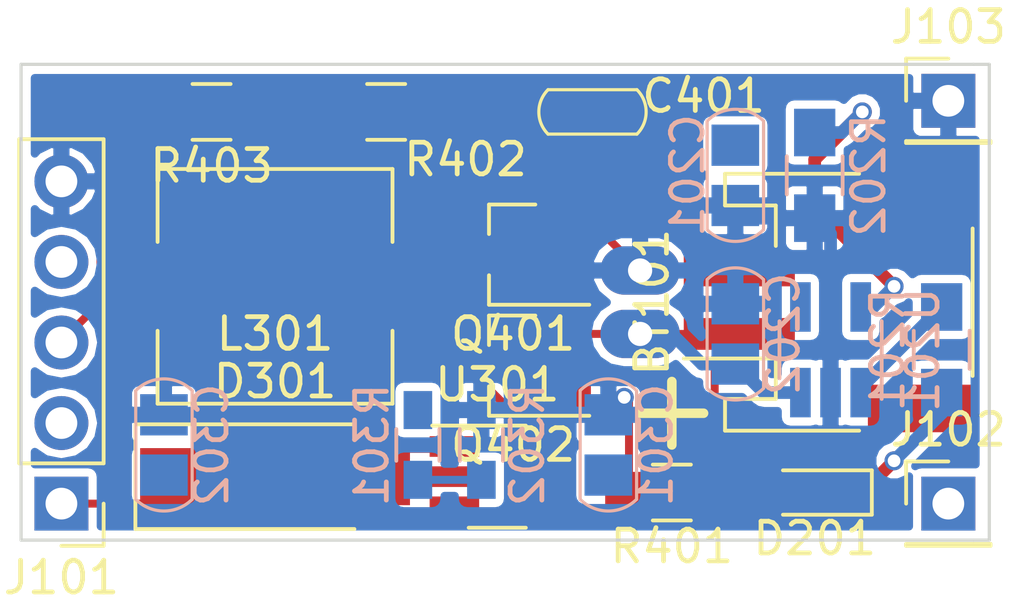
<source format=kicad_pcb>
(kicad_pcb (version 4) (host pcbnew 4.0.6-e0-6349~53~ubuntu14.04.1)

  (general
    (links 45)
    (no_connects 16)
    (area 86.449999 51.949999 116.550001 67.050001)
    (thickness 1.6)
    (drawings 6)
    (tracks 55)
    (zones 0)
    (modules 23)
    (nets 14)
  )

  (page A4)
  (layers
    (0 F.Cu signal)
    (31 B.Cu signal)
    (32 B.Adhes user)
    (33 F.Adhes user)
    (34 B.Paste user)
    (35 F.Paste user)
    (36 B.SilkS user)
    (37 F.SilkS user)
    (38 B.Mask user)
    (39 F.Mask user)
    (40 Dwgs.User user)
    (41 Cmts.User user)
    (42 Eco1.User user)
    (43 Eco2.User user)
    (44 Edge.Cuts user)
    (45 Margin user)
    (46 B.CrtYd user)
    (47 F.CrtYd user)
    (48 B.Fab user)
    (49 F.Fab user hide)
  )

  (setup
    (last_trace_width 0.4)
    (user_trace_width 0.4)
    (trace_clearance 0.2)
    (zone_clearance 0.254)
    (zone_45_only yes)
    (trace_min 0.2)
    (segment_width 0.2)
    (edge_width 0.1)
    (via_size 0.6)
    (via_drill 0.4)
    (via_min_size 0.4)
    (via_min_drill 0.3)
    (uvia_size 0.3)
    (uvia_drill 0.1)
    (uvias_allowed no)
    (uvia_min_size 0.2)
    (uvia_min_drill 0.1)
    (pcb_text_width 0.3)
    (pcb_text_size 1.5 1.5)
    (mod_edge_width 0.15)
    (mod_text_size 1 1)
    (mod_text_width 0.15)
    (pad_size 1.5 1.5)
    (pad_drill 0.6)
    (pad_to_mask_clearance 0)
    (aux_axis_origin 86.5 52)
    (grid_origin 86.5 59.5)
    (visible_elements FFFFFF3F)
    (pcbplotparams
      (layerselection 0x00030_80000001)
      (usegerberextensions false)
      (excludeedgelayer true)
      (linewidth 0.100000)
      (plotframeref false)
      (viasonmask false)
      (mode 1)
      (useauxorigin false)
      (hpglpennumber 1)
      (hpglpenspeed 20)
      (hpglpendiameter 15)
      (hpglpenoverlay 2)
      (psnegative false)
      (psa4output false)
      (plotreference true)
      (plotvalue true)
      (plotinvisibletext false)
      (padsonsilk false)
      (subtractmaskfromsilk false)
      (outputformat 1)
      (mirror false)
      (drillshape 1)
      (scaleselection 1)
      (outputdirectory ""))
  )

  (net 0 "")
  (net 1 /charger/BATT)
  (net 2 GND)
  (net 3 /charger/5V_IN)
  (net 4 /booster/BATT)
  (net 5 /booster/OUT)
  (net 6 /cut_power/~POWERON)
  (net 7 "Net-(D201-Pad1)")
  (net 8 /booster/Vsw)
  (net 9 "Net-(Q401-Pad1)")
  (net 10 "Net-(R201-Pad1)")
  (net 11 "Net-(R202-Pad2)")
  (net 12 "Net-(R301-Pad2)")
  (net 13 /cut_power/KEEPALIVE)

  (net_class Default "This is the default net class."
    (clearance 0.2)
    (trace_width 0.25)
    (via_dia 0.6)
    (via_drill 0.4)
    (uvia_dia 0.3)
    (uvia_drill 0.1)
    (add_net /booster/BATT)
    (add_net /booster/OUT)
    (add_net /booster/Vsw)
    (add_net /charger/5V_IN)
    (add_net /charger/BATT)
    (add_net /cut_power/KEEPALIVE)
    (add_net /cut_power/~POWERON)
    (add_net GND)
    (add_net "Net-(D201-Pad1)")
    (add_net "Net-(Q401-Pad1)")
    (add_net "Net-(R201-Pad1)")
    (add_net "Net-(R202-Pad2)")
    (add_net "Net-(R301-Pad2)")
  )

  (module Resistors_SMD:R_0805_HandSoldering (layer B.Cu) (tedit 58E0A804) (tstamp 59ECF145)
    (at 111.5 55.5 90)
    (descr "Resistor SMD 0805, hand soldering")
    (tags "resistor 0805")
    (path /59E69FF3/59E6A4A4)
    (attr smd)
    (fp_text reference R202 (at 0 1.7 90) (layer B.SilkS)
      (effects (font (size 1 1) (thickness 0.15)) (justify mirror))
    )
    (fp_text value R (at 0 -1.75 90) (layer B.Fab)
      (effects (font (size 1 1) (thickness 0.15)) (justify mirror))
    )
    (fp_text user %R (at 0 0 90) (layer B.Fab)
      (effects (font (size 0.5 0.5) (thickness 0.075)) (justify mirror))
    )
    (fp_line (start -1 -0.62) (end -1 0.62) (layer B.Fab) (width 0.1))
    (fp_line (start 1 -0.62) (end -1 -0.62) (layer B.Fab) (width 0.1))
    (fp_line (start 1 0.62) (end 1 -0.62) (layer B.Fab) (width 0.1))
    (fp_line (start -1 0.62) (end 1 0.62) (layer B.Fab) (width 0.1))
    (fp_line (start 0.6 -0.88) (end -0.6 -0.88) (layer B.SilkS) (width 0.12))
    (fp_line (start -0.6 0.88) (end 0.6 0.88) (layer B.SilkS) (width 0.12))
    (fp_line (start -2.35 0.9) (end 2.35 0.9) (layer B.CrtYd) (width 0.05))
    (fp_line (start -2.35 0.9) (end -2.35 -0.9) (layer B.CrtYd) (width 0.05))
    (fp_line (start 2.35 -0.9) (end 2.35 0.9) (layer B.CrtYd) (width 0.05))
    (fp_line (start 2.35 -0.9) (end -2.35 -0.9) (layer B.CrtYd) (width 0.05))
    (pad 1 smd rect (at -1.35 0 90) (size 1.5 1.3) (layers B.Cu B.Paste B.Mask)
      (net 2 GND))
    (pad 2 smd rect (at 1.35 0 90) (size 1.5 1.3) (layers B.Cu B.Paste B.Mask)
      (net 11 "Net-(R202-Pad2)"))
    (model ${KISYS3DMOD}/Resistors_SMD.3dshapes/R_0805.wrl
      (at (xyz 0 0 0))
      (scale (xyz 1 1 1))
      (rotate (xyz 0 0 0))
    )
  )

  (module Inductors2:L_7.3x7.3_Handsoldering (layer F.Cu) (tedit 59E6AFA5) (tstamp 59ECF0F9)
    (at 94.5 59 180)
    (descr "Choke, SMD, 7.3x7.3mm 3.5mm height")
    (tags "Choke SMD")
    (path /59E69FF9/59679D6A)
    (attr smd)
    (fp_text reference L301 (at 0 -1.5 180) (layer F.SilkS)
      (effects (font (size 1 1) (thickness 0.15)))
    )
    (fp_text value L (at 0 4.45 180) (layer F.Fab)
      (effects (font (size 1 1) (thickness 0.15)))
    )
    (fp_line (start 3.7 1.4) (end 3.7 3.7) (layer F.SilkS) (width 0.12))
    (fp_line (start 3.7 3.7) (end -3.7 3.7) (layer F.SilkS) (width 0.12))
    (fp_line (start -3.7 3.7) (end -3.7 1.4) (layer F.SilkS) (width 0.12))
    (fp_line (start -3.7 -1.4) (end -3.7 -3.7) (layer F.SilkS) (width 0.12))
    (fp_line (start -3.7 -3.7) (end 3.7 -3.7) (layer F.SilkS) (width 0.12))
    (fp_line (start 3.7 -3.7) (end 3.7 -1.4) (layer F.SilkS) (width 0.12))
    (fp_line (start -4.2 -3.9) (end -4.2 3.9) (layer F.CrtYd) (width 0.05))
    (fp_line (start -4.2 3.9) (end 4.2 3.9) (layer F.CrtYd) (width 0.05))
    (fp_line (start 4.2 3.9) (end 4.2 -3.9) (layer F.CrtYd) (width 0.05))
    (fp_line (start 4.2 -3.9) (end -4.2 -3.9) (layer F.CrtYd) (width 0.05))
    (fp_line (start 3.65 3.65) (end 3.65 1.4) (layer F.Fab) (width 0.1))
    (fp_line (start 3.65 -3.65) (end 3.65 -1.4) (layer F.Fab) (width 0.1))
    (fp_line (start -3.65 3.65) (end -3.65 1.4) (layer F.Fab) (width 0.1))
    (fp_line (start -3.65 -3.65) (end -3.65 -1.4) (layer F.Fab) (width 0.1))
    (fp_line (start 3.65 3.65) (end -3.65 3.65) (layer F.Fab) (width 0.1))
    (fp_line (start -3.65 -3.65) (end 3.65 -3.65) (layer F.Fab) (width 0.1))
    (fp_arc (start 0 0) (end 2.29 2.29) (angle 90) (layer F.Fab) (width 0.1))
    (fp_arc (start 0 0) (end -2.29 -2.29) (angle 90) (layer F.Fab) (width 0.1))
    (pad 1 smd rect (at -3.6 0 180) (size 2.1 2.2) (layers F.Cu F.Paste F.Mask)
      (net 4 /booster/BATT))
    (pad 2 smd rect (at 3.6 0 180) (size 2.1 2.2) (layers F.Cu F.Paste F.Mask)
      (net 8 /booster/Vsw))
  )

  (module JST_Combo:JST_PH_2_Combo (layer F.Cu) (tedit 59E6A55D) (tstamp 59ECF045)
    (at 112 59.5 90)
    (descr "JST PH series connector, S2B-PH-SM4-TB, side entry type, surface mount, Datasheet: http://www.jst-mfg.com/product/pdf/eng/ePH.pdf")
    (tags "connector jst ph")
    (path /59E6C9D6)
    (attr smd)
    (fp_text reference BT101 (at 0 -5.625 90) (layer F.SilkS)
      (effects (font (size 1 1) (thickness 0.15)))
    )
    (fp_text value Battery_Cell (at 0 5.375 90) (layer F.Fab)
      (effects (font (size 1 1) (thickness 0.15)))
    )
    (fp_line (start -3.5 -4) (end -3.5 -6) (layer F.SilkS) (width 0.3))
    (fp_line (start -2.5 -5) (end -4.5 -5) (layer F.SilkS) (width 0.3))
    (fp_line (start -3.15 -1.625) (end -3.15 -3.225) (layer F.Fab) (width 0.1))
    (fp_line (start -3.15 -3.225) (end -3.95 -3.225) (layer F.Fab) (width 0.1))
    (fp_line (start -3.95 -3.225) (end -3.95 4.375) (layer F.Fab) (width 0.1))
    (fp_line (start -3.95 4.375) (end 3.95 4.375) (layer F.Fab) (width 0.1))
    (fp_line (start 3.95 4.375) (end 3.95 -3.225) (layer F.Fab) (width 0.1))
    (fp_line (start 3.95 -3.225) (end 3.15 -3.225) (layer F.Fab) (width 0.1))
    (fp_line (start 3.15 -3.225) (end 3.15 -1.625) (layer F.Fab) (width 0.1))
    (fp_line (start 3.15 -1.625) (end -3.15 -1.625) (layer F.Fab) (width 0.1))
    (fp_line (start -1.775 -1.725) (end -3.05 -1.725) (layer F.SilkS) (width 0.12))
    (fp_line (start -3.05 -1.725) (end -3.05 -3.325) (layer F.SilkS) (width 0.12))
    (fp_line (start -3.05 -3.325) (end -4.05 -3.325) (layer F.SilkS) (width 0.12))
    (fp_line (start -4.05 -3.325) (end -4.05 0.9) (layer F.SilkS) (width 0.12))
    (fp_line (start 4.05 0.9) (end 4.05 -3.325) (layer F.SilkS) (width 0.12))
    (fp_line (start 4.05 -3.325) (end 3.05 -3.325) (layer F.SilkS) (width 0.12))
    (fp_line (start 3.05 -3.325) (end 3.05 -1.725) (layer F.SilkS) (width 0.12))
    (fp_line (start 3.05 -1.725) (end 1.775 -1.725) (layer F.SilkS) (width 0.12))
    (fp_line (start -2.325 4.475) (end 2.325 4.475) (layer F.SilkS) (width 0.12))
    (fp_line (start -1.775 -1.725) (end -1.775 -4.625) (layer F.SilkS) (width 0.12))
    (fp_line (start -2 -1.625) (end -1 -0.625) (layer F.Fab) (width 0.1))
    (fp_line (start -1 -0.625) (end 0 -1.625) (layer F.Fab) (width 0.1))
    (fp_line (start -4.6 -5.13) (end -4.6 5.07) (layer F.CrtYd) (width 0.05))
    (fp_line (start -4.6 5.07) (end 4.6 5.07) (layer F.CrtYd) (width 0.05))
    (fp_line (start 4.6 5.07) (end 4.6 -5.13) (layer F.CrtYd) (width 0.05))
    (fp_line (start 4.6 -5.13) (end -4.6 -5.13) (layer F.CrtYd) (width 0.05))
    (fp_text user %R (at 0 1.5 90) (layer F.Fab)
      (effects (font (size 1 1) (thickness 0.15)))
    )
    (pad 1 smd rect (at -1 -2.875 90) (size 1 3.5) (layers F.Cu F.Paste F.Mask)
      (net 1 /charger/BATT))
    (pad 2 smd rect (at 1 -2.875 90) (size 1 3.5) (layers F.Cu F.Paste F.Mask)
      (net 2 GND))
    (pad "" smd rect (at -3.35 2.875 90) (size 1.5 3.4) (layers F.Cu F.Paste F.Mask))
    (pad "" smd rect (at 3.35 2.875 90) (size 1.5 3.4) (layers F.Cu F.Paste F.Mask))
    (pad 1 thru_hole oval (at -1 -6 90) (size 1.524 2.5) (drill 0.762) (layers *.Cu *.Mask)
      (net 1 /charger/BATT))
    (pad 2 thru_hole oval (at 1 -6 90) (size 1.524 2.5) (drill 0.762) (layers *.Cu *.Mask)
      (net 2 GND))
    (model ${KISYS3DMOD}/Connectors_JST.3dshapes/JST_PH_S2B-PH-SM4-TB_02x2.00mm_Angled.wrl
      (at (xyz 0 0 0))
      (scale (xyz 1 1 1))
      (rotate (xyz 0 0 0))
    )
  )

  (module Capacitors_SMD_Round:C_0805 (layer B.Cu) (tedit 598E3818) (tstamp 59ECF058)
    (at 109 55.5 270)
    (descr "Capacitor SMD 0805, reflow soldering, AVX (see smccp.pdf)")
    (tags "capacitor 0805")
    (path /59E69FF3/59E6A210)
    (attr smd)
    (fp_text reference C201 (at 0 1.5 270) (layer B.SilkS)
      (effects (font (size 1 1) (thickness 0.15)) (justify mirror))
    )
    (fp_text value 4.7u (at 0 -1.75 270) (layer B.Fab)
      (effects (font (size 1 1) (thickness 0.15)) (justify mirror))
    )
    (fp_line (start -1.7145 -0.889) (end 1.7145 -0.889) (layer B.SilkS) (width 0.1))
    (fp_line (start 1.7145 0.889) (end -1.7145 0.889) (layer B.SilkS) (width 0.1))
    (fp_arc (start 0.8255 0) (end 1.7145 0.889) (angle -90) (layer B.SilkS) (width 0.1))
    (fp_arc (start -0.8255 0) (end -1.7145 -0.889) (angle -90) (layer B.SilkS) (width 0.1))
    (fp_text user %R (at 0 1.5 270) (layer B.Fab)
      (effects (font (size 1 1) (thickness 0.15)) (justify mirror))
    )
    (fp_line (start -1 -0.62) (end -1 0.62) (layer B.Fab) (width 0.1))
    (fp_line (start 1 -0.62) (end -1 -0.62) (layer B.Fab) (width 0.1))
    (fp_line (start 1 0.62) (end 1 -0.62) (layer B.Fab) (width 0.1))
    (fp_line (start -1 0.62) (end 1 0.62) (layer B.Fab) (width 0.1))
    (fp_line (start -1.75 0.88) (end 1.75 0.88) (layer B.CrtYd) (width 0.05))
    (fp_line (start -1.75 0.88) (end -1.75 -0.87) (layer B.CrtYd) (width 0.05))
    (fp_line (start 1.75 -0.87) (end 1.75 0.88) (layer B.CrtYd) (width 0.05))
    (fp_line (start 1.75 -0.87) (end -1.75 -0.87) (layer B.CrtYd) (width 0.05))
    (pad 1 smd rect (at -0.95 0 270) (size 1.3 1.5) (layers B.Cu B.Paste B.Mask)
      (net 3 /charger/5V_IN))
    (pad 2 smd rect (at 0.95 0 270) (size 1.3 1.5) (layers B.Cu B.Paste B.Mask)
      (net 2 GND))
    (model Capacitors_SMD.3dshapes/C_0805.wrl
      (at (xyz 0 0 0))
      (scale (xyz 1 1 1))
      (rotate (xyz 0 0 0))
    )
  )

  (module Capacitors_SMD_Round:C_0805 (layer B.Cu) (tedit 598E3818) (tstamp 59ECF06B)
    (at 109 60.5 90)
    (descr "Capacitor SMD 0805, reflow soldering, AVX (see smccp.pdf)")
    (tags "capacitor 0805")
    (path /59E69FF3/59E6A54B)
    (attr smd)
    (fp_text reference C202 (at 0 1.5 90) (layer B.SilkS)
      (effects (font (size 1 1) (thickness 0.15)) (justify mirror))
    )
    (fp_text value 4.7u (at 0 -1.75 90) (layer B.Fab)
      (effects (font (size 1 1) (thickness 0.15)) (justify mirror))
    )
    (fp_line (start -1.7145 -0.889) (end 1.7145 -0.889) (layer B.SilkS) (width 0.1))
    (fp_line (start 1.7145 0.889) (end -1.7145 0.889) (layer B.SilkS) (width 0.1))
    (fp_arc (start 0.8255 0) (end 1.7145 0.889) (angle -90) (layer B.SilkS) (width 0.1))
    (fp_arc (start -0.8255 0) (end -1.7145 -0.889) (angle -90) (layer B.SilkS) (width 0.1))
    (fp_text user %R (at 0 1.5 90) (layer B.Fab)
      (effects (font (size 1 1) (thickness 0.15)) (justify mirror))
    )
    (fp_line (start -1 -0.62) (end -1 0.62) (layer B.Fab) (width 0.1))
    (fp_line (start 1 -0.62) (end -1 -0.62) (layer B.Fab) (width 0.1))
    (fp_line (start 1 0.62) (end 1 -0.62) (layer B.Fab) (width 0.1))
    (fp_line (start -1 0.62) (end 1 0.62) (layer B.Fab) (width 0.1))
    (fp_line (start -1.75 0.88) (end 1.75 0.88) (layer B.CrtYd) (width 0.05))
    (fp_line (start -1.75 0.88) (end -1.75 -0.87) (layer B.CrtYd) (width 0.05))
    (fp_line (start 1.75 -0.87) (end 1.75 0.88) (layer B.CrtYd) (width 0.05))
    (fp_line (start 1.75 -0.87) (end -1.75 -0.87) (layer B.CrtYd) (width 0.05))
    (pad 1 smd rect (at -0.95 0 90) (size 1.3 1.5) (layers B.Cu B.Paste B.Mask)
      (net 1 /charger/BATT))
    (pad 2 smd rect (at 0.95 0 90) (size 1.3 1.5) (layers B.Cu B.Paste B.Mask)
      (net 2 GND))
    (model Capacitors_SMD.3dshapes/C_0805.wrl
      (at (xyz 0 0 0))
      (scale (xyz 1 1 1))
      (rotate (xyz 0 0 0))
    )
  )

  (module Capacitors_SMD_Round:C_0805 (layer B.Cu) (tedit 598E3818) (tstamp 59ECF07E)
    (at 105 64 90)
    (descr "Capacitor SMD 0805, reflow soldering, AVX (see smccp.pdf)")
    (tags "capacitor 0805")
    (path /59E69FF9/59679DA5)
    (attr smd)
    (fp_text reference C301 (at 0 1.5 90) (layer B.SilkS)
      (effects (font (size 1 1) (thickness 0.15)) (justify mirror))
    )
    (fp_text value 22u (at 0 -1.75 90) (layer B.Fab)
      (effects (font (size 1 1) (thickness 0.15)) (justify mirror))
    )
    (fp_line (start -1.7145 -0.889) (end 1.7145 -0.889) (layer B.SilkS) (width 0.1))
    (fp_line (start 1.7145 0.889) (end -1.7145 0.889) (layer B.SilkS) (width 0.1))
    (fp_arc (start 0.8255 0) (end 1.7145 0.889) (angle -90) (layer B.SilkS) (width 0.1))
    (fp_arc (start -0.8255 0) (end -1.7145 -0.889) (angle -90) (layer B.SilkS) (width 0.1))
    (fp_text user %R (at 0 1.5 90) (layer B.Fab)
      (effects (font (size 1 1) (thickness 0.15)) (justify mirror))
    )
    (fp_line (start -1 -0.62) (end -1 0.62) (layer B.Fab) (width 0.1))
    (fp_line (start 1 -0.62) (end -1 -0.62) (layer B.Fab) (width 0.1))
    (fp_line (start 1 0.62) (end 1 -0.62) (layer B.Fab) (width 0.1))
    (fp_line (start -1 0.62) (end 1 0.62) (layer B.Fab) (width 0.1))
    (fp_line (start -1.75 0.88) (end 1.75 0.88) (layer B.CrtYd) (width 0.05))
    (fp_line (start -1.75 0.88) (end -1.75 -0.87) (layer B.CrtYd) (width 0.05))
    (fp_line (start 1.75 -0.87) (end 1.75 0.88) (layer B.CrtYd) (width 0.05))
    (fp_line (start 1.75 -0.87) (end -1.75 -0.87) (layer B.CrtYd) (width 0.05))
    (pad 1 smd rect (at -0.95 0 90) (size 1.3 1.5) (layers B.Cu B.Paste B.Mask)
      (net 4 /booster/BATT))
    (pad 2 smd rect (at 0.95 0 90) (size 1.3 1.5) (layers B.Cu B.Paste B.Mask)
      (net 2 GND))
    (model Capacitors_SMD.3dshapes/C_0805.wrl
      (at (xyz 0 0 0))
      (scale (xyz 1 1 1))
      (rotate (xyz 0 0 0))
    )
  )

  (module Capacitors_SMD_Round:C_0805 (layer B.Cu) (tedit 598E3818) (tstamp 59ECF091)
    (at 91 64 90)
    (descr "Capacitor SMD 0805, reflow soldering, AVX (see smccp.pdf)")
    (tags "capacitor 0805")
    (path /59E69FF9/5967A1B9)
    (attr smd)
    (fp_text reference C302 (at 0 1.5 90) (layer B.SilkS)
      (effects (font (size 1 1) (thickness 0.15)) (justify mirror))
    )
    (fp_text value 22u (at 0 -1.75 90) (layer B.Fab)
      (effects (font (size 1 1) (thickness 0.15)) (justify mirror))
    )
    (fp_line (start -1.7145 -0.889) (end 1.7145 -0.889) (layer B.SilkS) (width 0.1))
    (fp_line (start 1.7145 0.889) (end -1.7145 0.889) (layer B.SilkS) (width 0.1))
    (fp_arc (start 0.8255 0) (end 1.7145 0.889) (angle -90) (layer B.SilkS) (width 0.1))
    (fp_arc (start -0.8255 0) (end -1.7145 -0.889) (angle -90) (layer B.SilkS) (width 0.1))
    (fp_text user %R (at 0 1.5 90) (layer B.Fab)
      (effects (font (size 1 1) (thickness 0.15)) (justify mirror))
    )
    (fp_line (start -1 -0.62) (end -1 0.62) (layer B.Fab) (width 0.1))
    (fp_line (start 1 -0.62) (end -1 -0.62) (layer B.Fab) (width 0.1))
    (fp_line (start 1 0.62) (end 1 -0.62) (layer B.Fab) (width 0.1))
    (fp_line (start -1 0.62) (end 1 0.62) (layer B.Fab) (width 0.1))
    (fp_line (start -1.75 0.88) (end 1.75 0.88) (layer B.CrtYd) (width 0.05))
    (fp_line (start -1.75 0.88) (end -1.75 -0.87) (layer B.CrtYd) (width 0.05))
    (fp_line (start 1.75 -0.87) (end 1.75 0.88) (layer B.CrtYd) (width 0.05))
    (fp_line (start 1.75 -0.87) (end -1.75 -0.87) (layer B.CrtYd) (width 0.05))
    (pad 1 smd rect (at -0.95 0 90) (size 1.3 1.5) (layers B.Cu B.Paste B.Mask)
      (net 5 /booster/OUT))
    (pad 2 smd rect (at 0.95 0 90) (size 1.3 1.5) (layers B.Cu B.Paste B.Mask)
      (net 2 GND))
    (model Capacitors_SMD.3dshapes/C_0805.wrl
      (at (xyz 0 0 0))
      (scale (xyz 1 1 1))
      (rotate (xyz 0 0 0))
    )
  )

  (module Capacitors_SMD_Round:C_0603 (layer F.Cu) (tedit 59E6AFAD) (tstamp 59ECF0A4)
    (at 104.5 53.5)
    (descr "Capacitor SMD 0603, reflow soldering, AVX (see smccp.pdf)")
    (tags "capacitor 0603")
    (path /59E6AA25/59E6AD3E)
    (attr smd)
    (fp_text reference C401 (at 3.5 -0.5) (layer F.SilkS)
      (effects (font (size 1 1) (thickness 0.15)))
    )
    (fp_text value 220p (at 0 1.5) (layer F.Fab) hide
      (effects (font (size 1 1) (thickness 0.15)))
    )
    (fp_line (start -1.4 0.7) (end 1.4 0.7) (layer F.SilkS) (width 0.1))
    (fp_line (start -1.4 -0.7) (end 1.4 -0.7) (layer F.SilkS) (width 0.1))
    (fp_arc (start 0.7 0) (end 1.4 -0.7) (angle 90) (layer F.SilkS) (width 0.1))
    (fp_arc (start -0.7 0) (end -1.4 0.7) (angle 90) (layer F.SilkS) (width 0.1))
    (fp_text user %R (at 2.7 0) (layer F.Fab)
      (effects (font (size 1 1) (thickness 0.15)))
    )
    (fp_line (start -0.8 0.4) (end -0.8 -0.4) (layer F.Fab) (width 0.1))
    (fp_line (start 0.8 0.4) (end -0.8 0.4) (layer F.Fab) (width 0.1))
    (fp_line (start 0.8 -0.4) (end 0.8 0.4) (layer F.Fab) (width 0.1))
    (fp_line (start -0.8 -0.4) (end 0.8 -0.4) (layer F.Fab) (width 0.1))
    (fp_line (start -1.4 -0.65) (end 1.4 -0.65) (layer F.CrtYd) (width 0.05))
    (fp_line (start -1.4 -0.65) (end -1.4 0.65) (layer F.CrtYd) (width 0.05))
    (fp_line (start 1.4 0.65) (end 1.4 -0.65) (layer F.CrtYd) (width 0.05))
    (fp_line (start 1.4 0.65) (end -1.4 0.65) (layer F.CrtYd) (width 0.05))
    (pad 1 smd rect (at -0.85 0) (size 1.1 1) (layers F.Cu F.Paste F.Mask)
      (net 6 /cut_power/~POWERON))
    (pad 2 smd rect (at 0.85 0) (size 1.1 1) (layers F.Cu F.Paste F.Mask)
      (net 2 GND))
    (model Capacitors_SMD.3dshapes/C_0603.wrl
      (at (xyz 0 0 0))
      (scale (xyz 1 1 1))
      (rotate (xyz 0 0 0))
    )
  )

  (module LEDs:LED_0805 (layer F.Cu) (tedit 57FE93EC) (tstamp 59ECF0B9)
    (at 111.5 65.5 180)
    (descr "LED 0805 smd package")
    (tags "LED led 0805 SMD smd SMT smt smdled SMDLED smtled SMTLED")
    (path /59E69FF3/59E6A25A)
    (attr smd)
    (fp_text reference D201 (at 0 -1.45 180) (layer F.SilkS)
      (effects (font (size 1 1) (thickness 0.15)))
    )
    (fp_text value CHARGE (at 0 1.55 180) (layer F.Fab)
      (effects (font (size 1 1) (thickness 0.15)))
    )
    (fp_line (start -1.8 -0.7) (end -1.8 0.7) (layer F.SilkS) (width 0.12))
    (fp_line (start -0.4 -0.4) (end -0.4 0.4) (layer F.Fab) (width 0.1))
    (fp_line (start -0.4 0) (end 0.2 -0.4) (layer F.Fab) (width 0.1))
    (fp_line (start 0.2 0.4) (end -0.4 0) (layer F.Fab) (width 0.1))
    (fp_line (start 0.2 -0.4) (end 0.2 0.4) (layer F.Fab) (width 0.1))
    (fp_line (start 1 0.6) (end -1 0.6) (layer F.Fab) (width 0.1))
    (fp_line (start 1 -0.6) (end 1 0.6) (layer F.Fab) (width 0.1))
    (fp_line (start -1 -0.6) (end 1 -0.6) (layer F.Fab) (width 0.1))
    (fp_line (start -1 0.6) (end -1 -0.6) (layer F.Fab) (width 0.1))
    (fp_line (start -1.8 0.7) (end 1 0.7) (layer F.SilkS) (width 0.12))
    (fp_line (start -1.8 -0.7) (end 1 -0.7) (layer F.SilkS) (width 0.12))
    (fp_line (start 1.95 -0.85) (end 1.95 0.85) (layer F.CrtYd) (width 0.05))
    (fp_line (start 1.95 0.85) (end -1.95 0.85) (layer F.CrtYd) (width 0.05))
    (fp_line (start -1.95 0.85) (end -1.95 -0.85) (layer F.CrtYd) (width 0.05))
    (fp_line (start -1.95 -0.85) (end 1.95 -0.85) (layer F.CrtYd) (width 0.05))
    (pad 2 smd rect (at 1.1 0) (size 1.2 1.2) (layers F.Cu F.Paste F.Mask)
      (net 3 /charger/5V_IN))
    (pad 1 smd rect (at -1.1 0) (size 1.2 1.2) (layers F.Cu F.Paste F.Mask)
      (net 7 "Net-(D201-Pad1)"))
    (model LEDs.3dshapes/LED_0805.wrl
      (at (xyz 0 0 0))
      (scale (xyz 1 1 1))
      (rotate (xyz 0 0 180))
    )
  )

  (module Pin_Headers:Pin_Header_Straight_1x01_Pitch2.54mm (layer F.Cu) (tedit 58CD4EC1) (tstamp 59ECF0CD)
    (at 115.71 65.85)
    (descr "Through hole straight pin header, 1x01, 2.54mm pitch, single row")
    (tags "Through hole pin header THT 1x01 2.54mm single row")
    (path /59E69F29)
    (fp_text reference J102 (at 0 -2.33) (layer F.SilkS)
      (effects (font (size 1 1) (thickness 0.15)))
    )
    (fp_text value BATT+ (at 0 2.33) (layer F.Fab)
      (effects (font (size 1 1) (thickness 0.15)))
    )
    (fp_line (start -1.27 -1.27) (end -1.27 1.27) (layer F.Fab) (width 0.1))
    (fp_line (start -1.27 1.27) (end 1.27 1.27) (layer F.Fab) (width 0.1))
    (fp_line (start 1.27 1.27) (end 1.27 -1.27) (layer F.Fab) (width 0.1))
    (fp_line (start 1.27 -1.27) (end -1.27 -1.27) (layer F.Fab) (width 0.1))
    (fp_line (start -1.33 1.27) (end -1.33 1.33) (layer F.SilkS) (width 0.12))
    (fp_line (start -1.33 1.33) (end 1.33 1.33) (layer F.SilkS) (width 0.12))
    (fp_line (start 1.33 1.33) (end 1.33 1.27) (layer F.SilkS) (width 0.12))
    (fp_line (start 1.33 1.27) (end -1.33 1.27) (layer F.SilkS) (width 0.12))
    (fp_line (start -1.33 0) (end -1.33 -1.33) (layer F.SilkS) (width 0.12))
    (fp_line (start -1.33 -1.33) (end 0 -1.33) (layer F.SilkS) (width 0.12))
    (fp_line (start -1.8 -1.8) (end -1.8 1.8) (layer F.CrtYd) (width 0.05))
    (fp_line (start -1.8 1.8) (end 1.8 1.8) (layer F.CrtYd) (width 0.05))
    (fp_line (start 1.8 1.8) (end 1.8 -1.8) (layer F.CrtYd) (width 0.05))
    (fp_line (start 1.8 -1.8) (end -1.8 -1.8) (layer F.CrtYd) (width 0.05))
    (fp_text user %R (at 0 -2.33) (layer F.Fab)
      (effects (font (size 1 1) (thickness 0.15)))
    )
    (pad 1 thru_hole rect (at 0 0) (size 1.7 1.7) (drill 1) (layers *.Cu *.Mask)
      (net 4 /booster/BATT))
    (model ${KISYS3DMOD}/Pin_Headers.3dshapes/Pin_Header_Straight_1x01_Pitch2.54mm.wrl
      (at (xyz 0 0 0))
      (scale (xyz 1 1 1))
      (rotate (xyz 0 0 90))
    )
  )

  (module Pin_Headers:Pin_Header_Straight_1x01_Pitch2.54mm (layer F.Cu) (tedit 58CD4EC1) (tstamp 59ECF0E1)
    (at 115.71 53.15)
    (descr "Through hole straight pin header, 1x01, 2.54mm pitch, single row")
    (tags "Through hole pin header THT 1x01 2.54mm single row")
    (path /59E69F6F)
    (fp_text reference J103 (at 0 -2.33) (layer F.SilkS)
      (effects (font (size 1 1) (thickness 0.15)))
    )
    (fp_text value BATT- (at 0 2.33) (layer F.Fab)
      (effects (font (size 1 1) (thickness 0.15)))
    )
    (fp_line (start -1.27 -1.27) (end -1.27 1.27) (layer F.Fab) (width 0.1))
    (fp_line (start -1.27 1.27) (end 1.27 1.27) (layer F.Fab) (width 0.1))
    (fp_line (start 1.27 1.27) (end 1.27 -1.27) (layer F.Fab) (width 0.1))
    (fp_line (start 1.27 -1.27) (end -1.27 -1.27) (layer F.Fab) (width 0.1))
    (fp_line (start -1.33 1.27) (end -1.33 1.33) (layer F.SilkS) (width 0.12))
    (fp_line (start -1.33 1.33) (end 1.33 1.33) (layer F.SilkS) (width 0.12))
    (fp_line (start 1.33 1.33) (end 1.33 1.27) (layer F.SilkS) (width 0.12))
    (fp_line (start 1.33 1.27) (end -1.33 1.27) (layer F.SilkS) (width 0.12))
    (fp_line (start -1.33 0) (end -1.33 -1.33) (layer F.SilkS) (width 0.12))
    (fp_line (start -1.33 -1.33) (end 0 -1.33) (layer F.SilkS) (width 0.12))
    (fp_line (start -1.8 -1.8) (end -1.8 1.8) (layer F.CrtYd) (width 0.05))
    (fp_line (start -1.8 1.8) (end 1.8 1.8) (layer F.CrtYd) (width 0.05))
    (fp_line (start 1.8 1.8) (end 1.8 -1.8) (layer F.CrtYd) (width 0.05))
    (fp_line (start 1.8 -1.8) (end -1.8 -1.8) (layer F.CrtYd) (width 0.05))
    (fp_text user %R (at 0 -2.33) (layer F.Fab)
      (effects (font (size 1 1) (thickness 0.15)))
    )
    (pad 1 thru_hole rect (at 0 0) (size 1.7 1.7) (drill 1) (layers *.Cu *.Mask)
      (net 2 GND))
    (model ${KISYS3DMOD}/Pin_Headers.3dshapes/Pin_Header_Straight_1x01_Pitch2.54mm.wrl
      (at (xyz 0 0 0))
      (scale (xyz 1 1 1))
      (rotate (xyz 0 0 90))
    )
  )

  (module TO_SOT_Packages_SMD:SOT-23_Handsoldering (layer F.Cu) (tedit 58CE4E7E) (tstamp 59ECF10E)
    (at 102 58 180)
    (descr "SOT-23, Handsoldering")
    (tags SOT-23)
    (path /59E6AA25/59E6AD85)
    (attr smd)
    (fp_text reference Q401 (at 0 -2.5 180) (layer F.SilkS)
      (effects (font (size 1 1) (thickness 0.15)))
    )
    (fp_text value AO3400 (at 0 2.5 180) (layer F.Fab)
      (effects (font (size 1 1) (thickness 0.15)))
    )
    (fp_text user %R (at 0 0 180) (layer F.Fab)
      (effects (font (size 0.5 0.5) (thickness 0.075)))
    )
    (fp_line (start 0.76 1.58) (end 0.76 0.65) (layer F.SilkS) (width 0.12))
    (fp_line (start 0.76 -1.58) (end 0.76 -0.65) (layer F.SilkS) (width 0.12))
    (fp_line (start -2.7 -1.75) (end 2.7 -1.75) (layer F.CrtYd) (width 0.05))
    (fp_line (start 2.7 -1.75) (end 2.7 1.75) (layer F.CrtYd) (width 0.05))
    (fp_line (start 2.7 1.75) (end -2.7 1.75) (layer F.CrtYd) (width 0.05))
    (fp_line (start -2.7 1.75) (end -2.7 -1.75) (layer F.CrtYd) (width 0.05))
    (fp_line (start 0.76 -1.58) (end -2.4 -1.58) (layer F.SilkS) (width 0.12))
    (fp_line (start -0.7 -0.95) (end -0.7 1.5) (layer F.Fab) (width 0.1))
    (fp_line (start -0.15 -1.52) (end 0.7 -1.52) (layer F.Fab) (width 0.1))
    (fp_line (start -0.7 -0.95) (end -0.15 -1.52) (layer F.Fab) (width 0.1))
    (fp_line (start 0.7 -1.52) (end 0.7 1.52) (layer F.Fab) (width 0.1))
    (fp_line (start -0.7 1.52) (end 0.7 1.52) (layer F.Fab) (width 0.1))
    (fp_line (start 0.76 1.58) (end -0.7 1.58) (layer F.SilkS) (width 0.12))
    (pad 1 smd rect (at -1.5 -0.95 180) (size 1.9 0.8) (layers F.Cu F.Paste F.Mask)
      (net 9 "Net-(Q401-Pad1)"))
    (pad 2 smd rect (at -1.5 0.95 180) (size 1.9 0.8) (layers F.Cu F.Paste F.Mask)
      (net 2 GND))
    (pad 3 smd rect (at 1.5 0 180) (size 1.9 0.8) (layers F.Cu F.Paste F.Mask)
      (net 6 /cut_power/~POWERON))
    (model ${KISYS3DMOD}/TO_SOT_Packages_SMD.3dshapes\SOT-23.wrl
      (at (xyz 0 0 0))
      (scale (xyz 1 1 1))
      (rotate (xyz 0 0 0))
    )
  )

  (module TO_SOT_Packages_SMD:SOT-23_Handsoldering (layer F.Cu) (tedit 58CE4E7E) (tstamp 59ECF123)
    (at 102 61.5 180)
    (descr "SOT-23, Handsoldering")
    (tags SOT-23)
    (path /59E6AA25/59E6AC5E)
    (attr smd)
    (fp_text reference Q402 (at 0 -2.5 180) (layer F.SilkS)
      (effects (font (size 1 1) (thickness 0.15)))
    )
    (fp_text value AO3401 (at 0 2.5 180) (layer F.Fab)
      (effects (font (size 1 1) (thickness 0.15)))
    )
    (fp_text user %R (at 0 0 180) (layer F.Fab)
      (effects (font (size 0.5 0.5) (thickness 0.075)))
    )
    (fp_line (start 0.76 1.58) (end 0.76 0.65) (layer F.SilkS) (width 0.12))
    (fp_line (start 0.76 -1.58) (end 0.76 -0.65) (layer F.SilkS) (width 0.12))
    (fp_line (start -2.7 -1.75) (end 2.7 -1.75) (layer F.CrtYd) (width 0.05))
    (fp_line (start 2.7 -1.75) (end 2.7 1.75) (layer F.CrtYd) (width 0.05))
    (fp_line (start 2.7 1.75) (end -2.7 1.75) (layer F.CrtYd) (width 0.05))
    (fp_line (start -2.7 1.75) (end -2.7 -1.75) (layer F.CrtYd) (width 0.05))
    (fp_line (start 0.76 -1.58) (end -2.4 -1.58) (layer F.SilkS) (width 0.12))
    (fp_line (start -0.7 -0.95) (end -0.7 1.5) (layer F.Fab) (width 0.1))
    (fp_line (start -0.15 -1.52) (end 0.7 -1.52) (layer F.Fab) (width 0.1))
    (fp_line (start -0.7 -0.95) (end -0.15 -1.52) (layer F.Fab) (width 0.1))
    (fp_line (start 0.7 -1.52) (end 0.7 1.52) (layer F.Fab) (width 0.1))
    (fp_line (start -0.7 1.52) (end 0.7 1.52) (layer F.Fab) (width 0.1))
    (fp_line (start 0.76 1.58) (end -0.7 1.58) (layer F.SilkS) (width 0.12))
    (pad 1 smd rect (at -1.5 -0.95 180) (size 1.9 0.8) (layers F.Cu F.Paste F.Mask)
      (net 6 /cut_power/~POWERON))
    (pad 2 smd rect (at -1.5 0.95 180) (size 1.9 0.8) (layers F.Cu F.Paste F.Mask)
      (net 1 /charger/BATT))
    (pad 3 smd rect (at 1.5 0 180) (size 1.9 0.8) (layers F.Cu F.Paste F.Mask)
      (net 4 /booster/BATT))
    (model ${KISYS3DMOD}/TO_SOT_Packages_SMD.3dshapes\SOT-23.wrl
      (at (xyz 0 0 0))
      (scale (xyz 1 1 1))
      (rotate (xyz 0 0 0))
    )
  )

  (module Resistors_SMD:R_0805_HandSoldering (layer B.Cu) (tedit 58E0A804) (tstamp 59ECF134)
    (at 115.5 61 270)
    (descr "Resistor SMD 0805, hand soldering")
    (tags "resistor 0805")
    (path /59E69FF3/59E6A2CF)
    (attr smd)
    (fp_text reference R201 (at 0 1.7 270) (layer B.SilkS)
      (effects (font (size 1 1) (thickness 0.15)) (justify mirror))
    )
    (fp_text value 1k (at 0 -1.75 270) (layer B.Fab)
      (effects (font (size 1 1) (thickness 0.15)) (justify mirror))
    )
    (fp_text user %R (at 0 0 270) (layer B.Fab)
      (effects (font (size 0.5 0.5) (thickness 0.075)) (justify mirror))
    )
    (fp_line (start -1 -0.62) (end -1 0.62) (layer B.Fab) (width 0.1))
    (fp_line (start 1 -0.62) (end -1 -0.62) (layer B.Fab) (width 0.1))
    (fp_line (start 1 0.62) (end 1 -0.62) (layer B.Fab) (width 0.1))
    (fp_line (start -1 0.62) (end 1 0.62) (layer B.Fab) (width 0.1))
    (fp_line (start 0.6 -0.88) (end -0.6 -0.88) (layer B.SilkS) (width 0.12))
    (fp_line (start -0.6 0.88) (end 0.6 0.88) (layer B.SilkS) (width 0.12))
    (fp_line (start -2.35 0.9) (end 2.35 0.9) (layer B.CrtYd) (width 0.05))
    (fp_line (start -2.35 0.9) (end -2.35 -0.9) (layer B.CrtYd) (width 0.05))
    (fp_line (start 2.35 -0.9) (end 2.35 0.9) (layer B.CrtYd) (width 0.05))
    (fp_line (start 2.35 -0.9) (end -2.35 -0.9) (layer B.CrtYd) (width 0.05))
    (pad 1 smd rect (at -1.35 0 270) (size 1.5 1.3) (layers B.Cu B.Paste B.Mask)
      (net 10 "Net-(R201-Pad1)"))
    (pad 2 smd rect (at 1.35 0 270) (size 1.5 1.3) (layers B.Cu B.Paste B.Mask)
      (net 7 "Net-(D201-Pad1)"))
    (model ${KISYS3DMOD}/Resistors_SMD.3dshapes/R_0805.wrl
      (at (xyz 0 0 0))
      (scale (xyz 1 1 1))
      (rotate (xyz 0 0 0))
    )
  )

  (module Resistors_SMD:R_0603_HandSoldering (layer B.Cu) (tedit 58E0A804) (tstamp 59ECF156)
    (at 99 64 270)
    (descr "Resistor SMD 0603, hand soldering")
    (tags "resistor 0603")
    (path /59E69FF9/59679EA8)
    (attr smd)
    (fp_text reference R301 (at 0 1.45 270) (layer B.SilkS)
      (effects (font (size 1 1) (thickness 0.15)) (justify mirror))
    )
    (fp_text value R (at 0 -1.55 270) (layer B.Fab)
      (effects (font (size 1 1) (thickness 0.15)) (justify mirror))
    )
    (fp_text user %R (at 0 0 270) (layer B.Fab)
      (effects (font (size 0.5 0.5) (thickness 0.075)) (justify mirror))
    )
    (fp_line (start -0.8 -0.4) (end -0.8 0.4) (layer B.Fab) (width 0.1))
    (fp_line (start 0.8 -0.4) (end -0.8 -0.4) (layer B.Fab) (width 0.1))
    (fp_line (start 0.8 0.4) (end 0.8 -0.4) (layer B.Fab) (width 0.1))
    (fp_line (start -0.8 0.4) (end 0.8 0.4) (layer B.Fab) (width 0.1))
    (fp_line (start 0.5 -0.68) (end -0.5 -0.68) (layer B.SilkS) (width 0.12))
    (fp_line (start -0.5 0.68) (end 0.5 0.68) (layer B.SilkS) (width 0.12))
    (fp_line (start -1.96 0.7) (end 1.95 0.7) (layer B.CrtYd) (width 0.05))
    (fp_line (start -1.96 0.7) (end -1.96 -0.7) (layer B.CrtYd) (width 0.05))
    (fp_line (start 1.95 -0.7) (end 1.95 0.7) (layer B.CrtYd) (width 0.05))
    (fp_line (start 1.95 -0.7) (end -1.96 -0.7) (layer B.CrtYd) (width 0.05))
    (pad 1 smd rect (at -1.1 0 270) (size 1.2 0.9) (layers B.Cu B.Paste B.Mask)
      (net 5 /booster/OUT))
    (pad 2 smd rect (at 1.1 0 270) (size 1.2 0.9) (layers B.Cu B.Paste B.Mask)
      (net 12 "Net-(R301-Pad2)"))
    (model ${KISYS3DMOD}/Resistors_SMD.3dshapes/R_0603.wrl
      (at (xyz 0 0 0))
      (scale (xyz 1 1 1))
      (rotate (xyz 0 0 0))
    )
  )

  (module Resistors_SMD:R_0603_HandSoldering (layer B.Cu) (tedit 58E0A804) (tstamp 59ECF167)
    (at 101 64 90)
    (descr "Resistor SMD 0603, hand soldering")
    (tags "resistor 0603")
    (path /59E69FF9/59679EF1)
    (attr smd)
    (fp_text reference R302 (at 0 1.45 90) (layer B.SilkS)
      (effects (font (size 1 1) (thickness 0.15)) (justify mirror))
    )
    (fp_text value R (at 0 -1.55 90) (layer B.Fab)
      (effects (font (size 1 1) (thickness 0.15)) (justify mirror))
    )
    (fp_text user %R (at 0 0 90) (layer B.Fab)
      (effects (font (size 0.5 0.5) (thickness 0.075)) (justify mirror))
    )
    (fp_line (start -0.8 -0.4) (end -0.8 0.4) (layer B.Fab) (width 0.1))
    (fp_line (start 0.8 -0.4) (end -0.8 -0.4) (layer B.Fab) (width 0.1))
    (fp_line (start 0.8 0.4) (end 0.8 -0.4) (layer B.Fab) (width 0.1))
    (fp_line (start -0.8 0.4) (end 0.8 0.4) (layer B.Fab) (width 0.1))
    (fp_line (start 0.5 -0.68) (end -0.5 -0.68) (layer B.SilkS) (width 0.12))
    (fp_line (start -0.5 0.68) (end 0.5 0.68) (layer B.SilkS) (width 0.12))
    (fp_line (start -1.96 0.7) (end 1.95 0.7) (layer B.CrtYd) (width 0.05))
    (fp_line (start -1.96 0.7) (end -1.96 -0.7) (layer B.CrtYd) (width 0.05))
    (fp_line (start 1.95 -0.7) (end 1.95 0.7) (layer B.CrtYd) (width 0.05))
    (fp_line (start 1.95 -0.7) (end -1.96 -0.7) (layer B.CrtYd) (width 0.05))
    (pad 1 smd rect (at -1.1 0 90) (size 1.2 0.9) (layers B.Cu B.Paste B.Mask)
      (net 12 "Net-(R301-Pad2)"))
    (pad 2 smd rect (at 1.1 0 90) (size 1.2 0.9) (layers B.Cu B.Paste B.Mask)
      (net 2 GND))
    (model ${KISYS3DMOD}/Resistors_SMD.3dshapes/R_0603.wrl
      (at (xyz 0 0 0))
      (scale (xyz 1 1 1))
      (rotate (xyz 0 0 0))
    )
  )

  (module Resistors_SMD:R_0805_HandSoldering (layer F.Cu) (tedit 58E0A804) (tstamp 59ECF178)
    (at 107 65.5 180)
    (descr "Resistor SMD 0805, hand soldering")
    (tags "resistor 0805")
    (path /59E6AA25/59E6AD0B)
    (attr smd)
    (fp_text reference R401 (at 0 -1.7 180) (layer F.SilkS)
      (effects (font (size 1 1) (thickness 0.15)))
    )
    (fp_text value 100k (at 0 1.75 180) (layer F.Fab)
      (effects (font (size 1 1) (thickness 0.15)))
    )
    (fp_text user %R (at 0 0 180) (layer F.Fab)
      (effects (font (size 0.5 0.5) (thickness 0.075)))
    )
    (fp_line (start -1 0.62) (end -1 -0.62) (layer F.Fab) (width 0.1))
    (fp_line (start 1 0.62) (end -1 0.62) (layer F.Fab) (width 0.1))
    (fp_line (start 1 -0.62) (end 1 0.62) (layer F.Fab) (width 0.1))
    (fp_line (start -1 -0.62) (end 1 -0.62) (layer F.Fab) (width 0.1))
    (fp_line (start 0.6 0.88) (end -0.6 0.88) (layer F.SilkS) (width 0.12))
    (fp_line (start -0.6 -0.88) (end 0.6 -0.88) (layer F.SilkS) (width 0.12))
    (fp_line (start -2.35 -0.9) (end 2.35 -0.9) (layer F.CrtYd) (width 0.05))
    (fp_line (start -2.35 -0.9) (end -2.35 0.9) (layer F.CrtYd) (width 0.05))
    (fp_line (start 2.35 0.9) (end 2.35 -0.9) (layer F.CrtYd) (width 0.05))
    (fp_line (start 2.35 0.9) (end -2.35 0.9) (layer F.CrtYd) (width 0.05))
    (pad 1 smd rect (at -1.35 0 180) (size 1.5 1.3) (layers F.Cu F.Paste F.Mask)
      (net 1 /charger/BATT))
    (pad 2 smd rect (at 1.35 0 180) (size 1.5 1.3) (layers F.Cu F.Paste F.Mask)
      (net 6 /cut_power/~POWERON))
    (model ${KISYS3DMOD}/Resistors_SMD.3dshapes/R_0805.wrl
      (at (xyz 0 0 0))
      (scale (xyz 1 1 1))
      (rotate (xyz 0 0 0))
    )
  )

  (module Resistors_SMD:R_0805_HandSoldering (layer F.Cu) (tedit 59E6AF96) (tstamp 59ECF189)
    (at 98 53.5)
    (descr "Resistor SMD 0805, hand soldering")
    (tags "resistor 0805")
    (path /59E6AA25/59E6AF56)
    (attr smd)
    (fp_text reference R402 (at 2.5 1.5) (layer F.SilkS)
      (effects (font (size 1 1) (thickness 0.15)))
    )
    (fp_text value 100k (at 0 1.75) (layer F.Fab)
      (effects (font (size 1 1) (thickness 0.15)))
    )
    (fp_text user %R (at 0 0) (layer F.Fab)
      (effects (font (size 0.5 0.5) (thickness 0.075)))
    )
    (fp_line (start -1 0.62) (end -1 -0.62) (layer F.Fab) (width 0.1))
    (fp_line (start 1 0.62) (end -1 0.62) (layer F.Fab) (width 0.1))
    (fp_line (start 1 -0.62) (end 1 0.62) (layer F.Fab) (width 0.1))
    (fp_line (start -1 -0.62) (end 1 -0.62) (layer F.Fab) (width 0.1))
    (fp_line (start 0.6 0.88) (end -0.6 0.88) (layer F.SilkS) (width 0.12))
    (fp_line (start -0.6 -0.88) (end 0.6 -0.88) (layer F.SilkS) (width 0.12))
    (fp_line (start -2.35 -0.9) (end 2.35 -0.9) (layer F.CrtYd) (width 0.05))
    (fp_line (start -2.35 -0.9) (end -2.35 0.9) (layer F.CrtYd) (width 0.05))
    (fp_line (start 2.35 0.9) (end 2.35 -0.9) (layer F.CrtYd) (width 0.05))
    (fp_line (start 2.35 0.9) (end -2.35 0.9) (layer F.CrtYd) (width 0.05))
    (pad 1 smd rect (at -1.35 0) (size 1.5 1.3) (layers F.Cu F.Paste F.Mask)
      (net 9 "Net-(Q401-Pad1)"))
    (pad 2 smd rect (at 1.35 0) (size 1.5 1.3) (layers F.Cu F.Paste F.Mask)
      (net 2 GND))
    (model ${KISYS3DMOD}/Resistors_SMD.3dshapes/R_0805.wrl
      (at (xyz 0 0 0))
      (scale (xyz 1 1 1))
      (rotate (xyz 0 0 0))
    )
  )

  (module Resistors_SMD:R_0805_HandSoldering (layer F.Cu) (tedit 58E0A804) (tstamp 59ECF19A)
    (at 92.5 53.5 180)
    (descr "Resistor SMD 0805, hand soldering")
    (tags "resistor 0805")
    (path /59E6AA25/59E6AF05)
    (attr smd)
    (fp_text reference R403 (at 0 -1.7 180) (layer F.SilkS)
      (effects (font (size 1 1) (thickness 0.15)))
    )
    (fp_text value 10k (at 0 1.75 180) (layer F.Fab)
      (effects (font (size 1 1) (thickness 0.15)))
    )
    (fp_text user %R (at 0 0 180) (layer F.Fab)
      (effects (font (size 0.5 0.5) (thickness 0.075)))
    )
    (fp_line (start -1 0.62) (end -1 -0.62) (layer F.Fab) (width 0.1))
    (fp_line (start 1 0.62) (end -1 0.62) (layer F.Fab) (width 0.1))
    (fp_line (start 1 -0.62) (end 1 0.62) (layer F.Fab) (width 0.1))
    (fp_line (start -1 -0.62) (end 1 -0.62) (layer F.Fab) (width 0.1))
    (fp_line (start 0.6 0.88) (end -0.6 0.88) (layer F.SilkS) (width 0.12))
    (fp_line (start -0.6 -0.88) (end 0.6 -0.88) (layer F.SilkS) (width 0.12))
    (fp_line (start -2.35 -0.9) (end 2.35 -0.9) (layer F.CrtYd) (width 0.05))
    (fp_line (start -2.35 -0.9) (end -2.35 0.9) (layer F.CrtYd) (width 0.05))
    (fp_line (start 2.35 0.9) (end 2.35 -0.9) (layer F.CrtYd) (width 0.05))
    (fp_line (start 2.35 0.9) (end -2.35 0.9) (layer F.CrtYd) (width 0.05))
    (pad 1 smd rect (at -1.35 0 180) (size 1.5 1.3) (layers F.Cu F.Paste F.Mask)
      (net 9 "Net-(Q401-Pad1)"))
    (pad 2 smd rect (at 1.35 0 180) (size 1.5 1.3) (layers F.Cu F.Paste F.Mask)
      (net 13 /cut_power/KEEPALIVE))
    (model ${KISYS3DMOD}/Resistors_SMD.3dshapes/R_0805.wrl
      (at (xyz 0 0 0))
      (scale (xyz 1 1 1))
      (rotate (xyz 0 0 0))
    )
  )

  (module TO_SOT_Packages_SMD:SOT-23-5_HandSoldering (layer B.Cu) (tedit 58CE4E7E) (tstamp 59ECF1AF)
    (at 112 61 90)
    (descr "5-pin SOT23 package")
    (tags "SOT-23-5 hand-soldering")
    (path /59E69FF3/59E6A1BB)
    (attr smd)
    (fp_text reference U201 (at 0 2.9 90) (layer B.SilkS)
      (effects (font (size 1 1) (thickness 0.15)) (justify mirror))
    )
    (fp_text value MCP73831 (at 0 -2.9 90) (layer B.Fab)
      (effects (font (size 1 1) (thickness 0.15)) (justify mirror))
    )
    (fp_text user %R (at 0 0 90) (layer B.Fab)
      (effects (font (size 0.5 0.5) (thickness 0.075)) (justify mirror))
    )
    (fp_line (start -0.9 -1.61) (end 0.9 -1.61) (layer B.SilkS) (width 0.12))
    (fp_line (start 0.9 1.61) (end -1.55 1.61) (layer B.SilkS) (width 0.12))
    (fp_line (start -0.9 0.9) (end -0.25 1.55) (layer B.Fab) (width 0.1))
    (fp_line (start 0.9 1.55) (end -0.25 1.55) (layer B.Fab) (width 0.1))
    (fp_line (start -0.9 0.9) (end -0.9 -1.55) (layer B.Fab) (width 0.1))
    (fp_line (start 0.9 -1.55) (end -0.9 -1.55) (layer B.Fab) (width 0.1))
    (fp_line (start 0.9 1.55) (end 0.9 -1.55) (layer B.Fab) (width 0.1))
    (fp_line (start -2.38 1.8) (end 2.38 1.8) (layer B.CrtYd) (width 0.05))
    (fp_line (start -2.38 1.8) (end -2.38 -1.8) (layer B.CrtYd) (width 0.05))
    (fp_line (start 2.38 -1.8) (end 2.38 1.8) (layer B.CrtYd) (width 0.05))
    (fp_line (start 2.38 -1.8) (end -2.38 -1.8) (layer B.CrtYd) (width 0.05))
    (pad 1 smd rect (at -1.35 0.95 90) (size 1.56 0.65) (layers B.Cu B.Paste B.Mask)
      (net 10 "Net-(R201-Pad1)"))
    (pad 2 smd rect (at -1.35 0 90) (size 1.56 0.65) (layers B.Cu B.Paste B.Mask)
      (net 2 GND))
    (pad 3 smd rect (at -1.35 -0.95 90) (size 1.56 0.65) (layers B.Cu B.Paste B.Mask)
      (net 1 /charger/BATT))
    (pad 4 smd rect (at 1.35 -0.95 90) (size 1.56 0.65) (layers B.Cu B.Paste B.Mask)
      (net 3 /charger/5V_IN))
    (pad 5 smd rect (at 1.35 0.95 90) (size 1.56 0.65) (layers B.Cu B.Paste B.Mask)
      (net 11 "Net-(R202-Pad2)"))
    (model ${KISYS3DMOD}/TO_SOT_Packages_SMD.3dshapes\SOT-23-5.wrl
      (at (xyz 0 0 0))
      (scale (xyz 1 1 1))
      (rotate (xyz 0 0 0))
    )
  )

  (module TO_SOT_Packages_SMD:SOT-23-6_Handsoldering (layer F.Cu) (tedit 58CE4E7E) (tstamp 59ECF1C5)
    (at 101.5 65)
    (descr "6-pin SOT-23 package, Handsoldering")
    (tags "SOT-23-6 Handsoldering")
    (path /59E69FF9/59679CFE)
    (attr smd)
    (fp_text reference U301 (at 0 -2.9) (layer F.SilkS)
      (effects (font (size 1 1) (thickness 0.15)))
    )
    (fp_text value SX1308 (at 0 2.9) (layer F.Fab)
      (effects (font (size 1 1) (thickness 0.15)))
    )
    (fp_text user %R (at 0 0) (layer F.Fab)
      (effects (font (size 0.5 0.5) (thickness 0.075)))
    )
    (fp_line (start -0.9 1.61) (end 0.9 1.61) (layer F.SilkS) (width 0.12))
    (fp_line (start 0.9 -1.61) (end -2.05 -1.61) (layer F.SilkS) (width 0.12))
    (fp_line (start -2.4 1.8) (end -2.4 -1.8) (layer F.CrtYd) (width 0.05))
    (fp_line (start 2.4 1.8) (end -2.4 1.8) (layer F.CrtYd) (width 0.05))
    (fp_line (start 2.4 -1.8) (end 2.4 1.8) (layer F.CrtYd) (width 0.05))
    (fp_line (start -2.4 -1.8) (end 2.4 -1.8) (layer F.CrtYd) (width 0.05))
    (fp_line (start -0.9 -0.9) (end -0.25 -1.55) (layer F.Fab) (width 0.1))
    (fp_line (start 0.9 -1.55) (end -0.25 -1.55) (layer F.Fab) (width 0.1))
    (fp_line (start -0.9 -0.9) (end -0.9 1.55) (layer F.Fab) (width 0.1))
    (fp_line (start 0.9 1.55) (end -0.9 1.55) (layer F.Fab) (width 0.1))
    (fp_line (start 0.9 -1.55) (end 0.9 1.55) (layer F.Fab) (width 0.1))
    (pad 1 smd rect (at -1.35 -0.95) (size 1.56 0.65) (layers F.Cu F.Paste F.Mask)
      (net 8 /booster/Vsw))
    (pad 2 smd rect (at -1.35 0) (size 1.56 0.65) (layers F.Cu F.Paste F.Mask)
      (net 2 GND))
    (pad 3 smd rect (at -1.35 0.95) (size 1.56 0.65) (layers F.Cu F.Paste F.Mask)
      (net 12 "Net-(R301-Pad2)"))
    (pad 4 smd rect (at 1.35 0.95) (size 1.56 0.65) (layers F.Cu F.Paste F.Mask)
      (net 4 /booster/BATT))
    (pad 6 smd rect (at 1.35 -0.95) (size 1.56 0.65) (layers F.Cu F.Paste F.Mask)
      (net 4 /booster/BATT))
    (pad 5 smd rect (at 1.35 0) (size 1.56 0.65) (layers F.Cu F.Paste F.Mask)
      (net 4 /booster/BATT))
    (model ${KISYS3DMOD}/TO_SOT_Packages_SMD.3dshapes/SOT-23-6.wrl
      (at (xyz 0 0 0))
      (scale (xyz 1 1 1))
      (rotate (xyz 0 0 0))
    )
  )

  (module Diodes_SMD:D_SMA_Handsoldering (layer F.Cu) (tedit 59E6AFA2) (tstamp 59EFAF79)
    (at 94.5 65)
    (descr "Diode SMA Handsoldering")
    (tags "Diode SMA Handsoldering")
    (path /59E69FF9/59679E73)
    (attr smd)
    (fp_text reference D301 (at 0 -3) (layer F.SilkS)
      (effects (font (size 1 1) (thickness 0.15)))
    )
    (fp_text value D_Schottky (at 0.05 4.4) (layer F.Fab)
      (effects (font (size 1 1) (thickness 0.15)))
    )
    (fp_line (start -4.4 -1.65) (end -4.4 1.65) (layer F.SilkS) (width 0.12))
    (fp_line (start 2.3 1.5) (end -2.3 1.5) (layer F.Fab) (width 0.1))
    (fp_line (start -2.3 1.5) (end -2.3 -1.5) (layer F.Fab) (width 0.1))
    (fp_line (start 2.3 -1.5) (end 2.3 1.5) (layer F.Fab) (width 0.1))
    (fp_line (start 2.3 -1.5) (end -2.3 -1.5) (layer F.Fab) (width 0.1))
    (fp_line (start -4.5 -1.75) (end 4.5 -1.75) (layer F.CrtYd) (width 0.05))
    (fp_line (start 4.5 -1.75) (end 4.5 1.75) (layer F.CrtYd) (width 0.05))
    (fp_line (start 4.5 1.75) (end -4.5 1.75) (layer F.CrtYd) (width 0.05))
    (fp_line (start -4.5 1.75) (end -4.5 -1.75) (layer F.CrtYd) (width 0.05))
    (fp_line (start -0.64944 0.00102) (end -1.55114 0.00102) (layer F.Fab) (width 0.1))
    (fp_line (start 0.50118 0.00102) (end 1.4994 0.00102) (layer F.Fab) (width 0.1))
    (fp_line (start -0.64944 -0.79908) (end -0.64944 0.80112) (layer F.Fab) (width 0.1))
    (fp_line (start 0.50118 0.75032) (end 0.50118 -0.79908) (layer F.Fab) (width 0.1))
    (fp_line (start -0.64944 0.00102) (end 0.50118 0.75032) (layer F.Fab) (width 0.1))
    (fp_line (start -0.64944 0.00102) (end 0.50118 -0.79908) (layer F.Fab) (width 0.1))
    (fp_line (start -4.4 1.65) (end 2.5 1.65) (layer F.SilkS) (width 0.12))
    (fp_line (start -4.4 -1.65) (end 2.5 -1.65) (layer F.SilkS) (width 0.12))
    (pad 1 smd rect (at -2.5 0) (size 3.5 1.8) (layers F.Cu F.Paste F.Mask)
      (net 5 /booster/OUT))
    (pad 2 smd rect (at 2.5 0) (size 3.5 1.8) (layers F.Cu F.Paste F.Mask)
      (net 8 /booster/Vsw))
    (model Diodes_SMD.3dshapes/D_SMA_Standard.wrl
      (at (xyz 0 0 0))
      (scale (xyz 1 1 1))
      (rotate (xyz 0 0 0))
    )
  )

  (module Pin_Headers:Pin_Header_Straight_1x05_Pitch2.54mm (layer F.Cu) (tedit 58CD4EC1) (tstamp 59EFAF91)
    (at 87.77 65.85 180)
    (descr "Through hole straight pin header, 1x05, 2.54mm pitch, single row")
    (tags "Through hole pin header THT 1x05 2.54mm single row")
    (path /59E69EDC)
    (fp_text reference J101 (at 0 -2.33 180) (layer F.SilkS)
      (effects (font (size 1 1) (thickness 0.15)))
    )
    (fp_text value CONN_01X05 (at 0 12.49 180) (layer F.Fab)
      (effects (font (size 1 1) (thickness 0.15)))
    )
    (fp_line (start -1.27 -1.27) (end -1.27 11.43) (layer F.Fab) (width 0.1))
    (fp_line (start -1.27 11.43) (end 1.27 11.43) (layer F.Fab) (width 0.1))
    (fp_line (start 1.27 11.43) (end 1.27 -1.27) (layer F.Fab) (width 0.1))
    (fp_line (start 1.27 -1.27) (end -1.27 -1.27) (layer F.Fab) (width 0.1))
    (fp_line (start -1.33 1.27) (end -1.33 11.49) (layer F.SilkS) (width 0.12))
    (fp_line (start -1.33 11.49) (end 1.33 11.49) (layer F.SilkS) (width 0.12))
    (fp_line (start 1.33 11.49) (end 1.33 1.27) (layer F.SilkS) (width 0.12))
    (fp_line (start 1.33 1.27) (end -1.33 1.27) (layer F.SilkS) (width 0.12))
    (fp_line (start -1.33 0) (end -1.33 -1.33) (layer F.SilkS) (width 0.12))
    (fp_line (start -1.33 -1.33) (end 0 -1.33) (layer F.SilkS) (width 0.12))
    (fp_line (start -1.8 -1.8) (end -1.8 11.95) (layer F.CrtYd) (width 0.05))
    (fp_line (start -1.8 11.95) (end 1.8 11.95) (layer F.CrtYd) (width 0.05))
    (fp_line (start 1.8 11.95) (end 1.8 -1.8) (layer F.CrtYd) (width 0.05))
    (fp_line (start 1.8 -1.8) (end -1.8 -1.8) (layer F.CrtYd) (width 0.05))
    (fp_text user %R (at 0 -2.33 180) (layer F.Fab)
      (effects (font (size 1 1) (thickness 0.15)))
    )
    (pad 1 thru_hole rect (at 0 0 180) (size 1.7 1.7) (drill 1) (layers *.Cu *.Mask)
      (net 5 /booster/OUT))
    (pad 2 thru_hole oval (at 0 2.54 180) (size 1.7 1.7) (drill 1) (layers *.Cu *.Mask)
      (net 3 /charger/5V_IN))
    (pad 3 thru_hole oval (at 0 5.08 180) (size 1.7 1.7) (drill 1) (layers *.Cu *.Mask)
      (net 13 /cut_power/KEEPALIVE))
    (pad 4 thru_hole oval (at 0 7.62 180) (size 1.7 1.7) (drill 1) (layers *.Cu *.Mask)
      (net 6 /cut_power/~POWERON))
    (pad 5 thru_hole oval (at 0 10.16 180) (size 1.7 1.7) (drill 1) (layers *.Cu *.Mask)
      (net 2 GND))
    (model ${KISYS3DMOD}/Pin_Headers.3dshapes/Pin_Header_Straight_1x05_Pitch2.54mm.wrl
      (at (xyz 0 -0.2 0))
      (scale (xyz 1 1 1))
      (rotate (xyz 0 0 90))
    )
  )

  (gr_line (start 117 67) (end 116.5 67) (angle 90) (layer Edge.Cuts) (width 0.1))
  (gr_line (start 117 52) (end 117 67) (angle 90) (layer Edge.Cuts) (width 0.1))
  (gr_line (start 116.5 52) (end 117 52) (angle 90) (layer Edge.Cuts) (width 0.1))
  (gr_line (start 116.5 52) (end 86.5 52) (angle 90) (layer Edge.Cuts) (width 0.1))
  (gr_line (start 86.5 67) (end 116.5 67) (angle 90) (layer Edge.Cuts) (width 0.1))
  (gr_line (start 86.5 52) (end 86.5 67) (angle 90) (layer Edge.Cuts) (width 0.1))

  (segment (start 106 60.5) (end 107 60.5) (width 0.4) (layer B.Cu) (net 1))
  (segment (start 107 60.5) (end 107.95 61.45) (width 0.4) (layer B.Cu) (net 1) (tstamp 59EFB5AF))
  (segment (start 107.95 61.45) (end 109 61.45) (width 0.4) (layer B.Cu) (net 1) (tstamp 59EFB5B0))
  (segment (start 111.05 62.35) (end 109.9 62.35) (width 0.4) (layer B.Cu) (net 1))
  (segment (start 109.9 62.35) (end 109 61.45) (width 0.4) (layer B.Cu) (net 1) (tstamp 59EFB5AA))
  (segment (start 108.35 65.5) (end 108.35 61.275) (width 0.25) (layer F.Cu) (net 1))
  (segment (start 108.35 61.275) (end 109.125 60.5) (width 0.25) (layer F.Cu) (net 1) (tstamp 59EFB3FA))
  (segment (start 106 60.5) (end 109.125 60.5) (width 0.25) (layer F.Cu) (net 1))
  (segment (start 106 60.5) (end 103.55 60.5) (width 0.25) (layer F.Cu) (net 1))
  (segment (start 103.55 60.5) (end 103.5 60.55) (width 0.25) (layer F.Cu) (net 1) (tstamp 59EFB3F5))
  (segment (start 109 59.55) (end 109 56.45) (width 0.4) (layer B.Cu) (net 2))
  (segment (start 111.5 56.85) (end 109.4 56.85) (width 0.4) (layer B.Cu) (net 2))
  (segment (start 109.4 56.85) (end 109 56.45) (width 0.4) (layer B.Cu) (net 2) (tstamp 59EFB5A5))
  (segment (start 112 62.35) (end 112 57.35) (width 0.4) (layer B.Cu) (net 2))
  (segment (start 112 57.35) (end 111.5 56.85) (width 0.4) (layer B.Cu) (net 2) (tstamp 59EFB5A2))
  (segment (start 106 58.5) (end 109.125 58.5) (width 0.25) (layer F.Cu) (net 2))
  (segment (start 103.5 57.05) (end 104.55 57.05) (width 0.25) (layer F.Cu) (net 2))
  (segment (start 104.55 57.05) (end 106 58.5) (width 0.25) (layer F.Cu) (net 2) (tstamp 59EFB407))
  (via (at 105.5 62.5) (size 0.6) (drill 0.4) (layers F.Cu B.Cu) (net 2))
  (segment (start 105.65 62.65) (end 105.5 62.5) (width 0.25) (layer F.Cu) (net 2) (tstamp 59EFB3FD))
  (segment (start 102.85 65.95) (end 102.85 65) (width 0.25) (layer F.Cu) (net 4))
  (segment (start 100.5 61.5) (end 100.5 61.4) (width 0.25) (layer F.Cu) (net 4))
  (segment (start 100.5 61.4) (end 98.1 59) (width 0.25) (layer F.Cu) (net 4) (tstamp 59EFB3DA))
  (segment (start 102.85 64.05) (end 102.85 63.85) (width 0.25) (layer F.Cu) (net 4))
  (segment (start 102.85 63.85) (end 100.5 61.5) (width 0.25) (layer F.Cu) (net 4) (tstamp 59EFB3D7))
  (segment (start 102.85 65) (end 102.85 64.05) (width 0.25) (layer F.Cu) (net 4))
  (segment (start 87.77 65.85) (end 91.15 65.85) (width 0.25) (layer F.Cu) (net 5))
  (segment (start 91.15 65.85) (end 92 65) (width 0.25) (layer F.Cu) (net 5) (tstamp 59EFB423))
  (segment (start 105.65 65.5) (end 105.65 62.65) (width 0.25) (layer F.Cu) (net 6))
  (segment (start 112.6 65.5) (end 113 65.5) (width 0.4) (layer F.Cu) (net 7) (status C00000))
  (segment (start 113 65.5) (end 114 64.5) (width 0.4) (layer F.Cu) (net 7) (tstamp 59EFB5EE) (status 400000))
  (via (at 114 64.5) (size 0.6) (drill 0.4) (layers F.Cu B.Cu) (net 7))
  (segment (start 114 64.5) (end 115.5 63) (width 0.4) (layer B.Cu) (net 7) (tstamp 59EFB5F0) (status 800000))
  (segment (start 115.5 63) (end 115.5 62.35) (width 0.4) (layer B.Cu) (net 7) (tstamp 59EFB5F1) (status C00000))
  (segment (start 90.9 59) (end 91 59) (width 0.4) (layer F.Cu) (net 8))
  (segment (start 91 59) (end 97 65) (width 0.4) (layer F.Cu) (net 8) (tstamp 59EFB358))
  (segment (start 100.15 64.05) (end 97.95 64.05) (width 0.4) (layer F.Cu) (net 8))
  (segment (start 97.95 64.05) (end 97 65) (width 0.4) (layer F.Cu) (net 8) (tstamp 59EFB355))
  (segment (start 93.85 53.5) (end 96.65 53.5) (width 0.25) (layer F.Cu) (net 9))
  (segment (start 112.95 62.35) (end 112.95 62.2) (width 0.4) (layer B.Cu) (net 10))
  (segment (start 112.95 62.2) (end 115.5 59.65) (width 0.4) (layer B.Cu) (net 10) (tstamp 59EFB5B7))
  (segment (start 112.95 59.65) (end 113.35 59.65) (width 0.4) (layer B.Cu) (net 11))
  (segment (start 112.35 54.15) (end 111.5 54.15) (width 0.4) (layer B.Cu) (net 11) (tstamp 59EFB5CE))
  (segment (start 113 53.5) (end 112.35 54.15) (width 0.4) (layer B.Cu) (net 11) (tstamp 59EFB5CD))
  (via (at 113 53.5) (size 0.6) (drill 0.4) (layers F.Cu B.Cu) (net 11))
  (segment (start 111.5 55) (end 113 53.5) (width 0.4) (layer F.Cu) (net 11) (tstamp 59EFB5CB))
  (segment (start 111.5 56.5) (end 111.5 55) (width 0.4) (layer F.Cu) (net 11) (tstamp 59EFB5C9))
  (segment (start 114 59) (end 111.5 56.5) (width 0.4) (layer F.Cu) (net 11) (tstamp 59EFB5C8))
  (via (at 114 59) (size 0.6) (drill 0.4) (layers F.Cu B.Cu) (net 11))
  (segment (start 113.35 59.65) (end 114 59) (width 0.4) (layer B.Cu) (net 11) (tstamp 59EFB5C6))
  (segment (start 101 65.1) (end 99 65.1) (width 0.25) (layer B.Cu) (net 12))
  (segment (start 87.77 60.77) (end 87.77 60.73) (width 0.25) (layer F.Cu) (net 13))
  (segment (start 87.77 60.73) (end 89 59.5) (width 0.25) (layer F.Cu) (net 13) (tstamp 59EFB385))
  (segment (start 89 59.5) (end 89 55.65) (width 0.25) (layer F.Cu) (net 13) (tstamp 59EFB386))
  (segment (start 89 55.65) (end 91.15 53.5) (width 0.25) (layer F.Cu) (net 13) (tstamp 59EFB388))

  (zone (net 2) (net_name GND) (layer B.Cu) (tstamp 59EFB5D1) (hatch edge 0.508)
    (connect_pads (clearance 0.254))
    (min_thickness 0.254)
    (fill yes (arc_segments 16) (thermal_gap 0.254) (thermal_bridge_width 0.508))
    (polygon
      (pts
        (xy 86.5 52) (xy 86.5 67) (xy 117 67) (xy 117 52)
      )
    )
    (filled_polygon
      (pts
        (xy 114.479 52.92775) (xy 114.57425 53.023) (xy 115.583 53.023) (xy 115.583 53.003) (xy 115.837 53.003)
        (xy 115.837 53.023) (xy 115.857 53.023) (xy 115.857 53.277) (xy 115.837 53.277) (xy 115.837 54.28575)
        (xy 115.93225 54.381) (xy 116.569 54.381) (xy 116.569 64.613359) (xy 116.56 64.611536) (xy 114.86 64.611536)
        (xy 114.71881 64.638103) (xy 114.665891 64.672155) (xy 114.677529 64.644129) (xy 115.833194 63.488464) (xy 116.15 63.488464)
        (xy 116.29119 63.461897) (xy 116.420865 63.378454) (xy 116.507859 63.251134) (xy 116.538464 63.1) (xy 116.538464 61.6)
        (xy 116.511897 61.45881) (xy 116.428454 61.329135) (xy 116.301134 61.242141) (xy 116.15 61.211536) (xy 114.85 61.211536)
        (xy 114.73929 61.232368) (xy 115.183194 60.788464) (xy 116.15 60.788464) (xy 116.29119 60.761897) (xy 116.420865 60.678454)
        (xy 116.507859 60.551134) (xy 116.538464 60.4) (xy 116.538464 58.9) (xy 116.511897 58.75881) (xy 116.428454 58.629135)
        (xy 116.301134 58.542141) (xy 116.15 58.511536) (xy 114.85 58.511536) (xy 114.70881 58.538103) (xy 114.580189 58.620867)
        (xy 114.577661 58.614748) (xy 114.386259 58.423013) (xy 114.136054 58.319118) (xy 113.865135 58.318882) (xy 113.614748 58.422339)
        (xy 113.484702 58.552159) (xy 113.426134 58.512141) (xy 113.275 58.481536) (xy 112.625 58.481536) (xy 112.48381 58.508103)
        (xy 112.354135 58.591546) (xy 112.267141 58.718866) (xy 112.236536 58.87) (xy 112.236536 60.43) (xy 112.263103 60.57119)
        (xy 112.346546 60.700865) (xy 112.473866 60.787859) (xy 112.625 60.818464) (xy 113.275 60.818464) (xy 113.41619 60.791897)
        (xy 113.545865 60.708454) (xy 113.632859 60.581134) (xy 113.663464 60.43) (xy 113.663464 60.125886) (xy 113.760829 60.060829)
        (xy 114.144536 59.677122) (xy 114.385252 59.577661) (xy 114.461536 59.501509) (xy 114.461536 59.866806) (xy 113.146806 61.181536)
        (xy 112.625 61.181536) (xy 112.48381 61.208103) (xy 112.469357 61.217403) (xy 112.400785 61.189) (xy 112.22225 61.189)
        (xy 112.127 61.28425) (xy 112.127 62.223) (xy 112.147 62.223) (xy 112.147 62.477) (xy 112.127 62.477)
        (xy 112.127 63.41575) (xy 112.22225 63.511) (xy 112.400785 63.511) (xy 112.467369 63.48342) (xy 112.473866 63.487859)
        (xy 112.625 63.518464) (xy 113.275 63.518464) (xy 113.41619 63.491897) (xy 113.545865 63.408454) (xy 113.632859 63.281134)
        (xy 113.663464 63.13) (xy 113.663464 62.308194) (xy 114.484358 61.4873) (xy 114.461536 61.6) (xy 114.461536 63.1)
        (xy 114.480034 63.198308) (xy 113.855464 63.822878) (xy 113.614748 63.922339) (xy 113.423013 64.113741) (xy 113.319118 64.363946)
        (xy 113.318882 64.634865) (xy 113.422339 64.885252) (xy 113.613741 65.076987) (xy 113.863946 65.180882) (xy 114.134865 65.181118)
        (xy 114.385252 65.077661) (xy 114.473687 64.98938) (xy 114.471536 65) (xy 114.471536 66.569) (xy 89.008464 66.569)
        (xy 89.008464 65) (xy 88.981897 64.85881) (xy 88.898454 64.729135) (xy 88.771134 64.642141) (xy 88.62 64.611536)
        (xy 86.931 64.611536) (xy 86.931 64.217575) (xy 87.2748 64.447296) (xy 87.745883 64.541) (xy 87.794117 64.541)
        (xy 88.2652 64.447296) (xy 88.485643 64.3) (xy 89.861536 64.3) (xy 89.861536 65.6) (xy 89.888103 65.74119)
        (xy 89.971546 65.870865) (xy 90.098866 65.957859) (xy 90.25 65.988464) (xy 91.75 65.988464) (xy 91.89119 65.961897)
        (xy 92.020865 65.878454) (xy 92.107859 65.751134) (xy 92.138464 65.6) (xy 92.138464 64.5) (xy 98.161536 64.5)
        (xy 98.161536 65.7) (xy 98.188103 65.84119) (xy 98.271546 65.970865) (xy 98.398866 66.057859) (xy 98.55 66.088464)
        (xy 99.45 66.088464) (xy 99.59119 66.061897) (xy 99.720865 65.978454) (xy 99.807859 65.851134) (xy 99.838464 65.7)
        (xy 99.838464 65.606) (xy 100.161536 65.606) (xy 100.161536 65.7) (xy 100.188103 65.84119) (xy 100.271546 65.970865)
        (xy 100.398866 66.057859) (xy 100.55 66.088464) (xy 101.45 66.088464) (xy 101.59119 66.061897) (xy 101.720865 65.978454)
        (xy 101.807859 65.851134) (xy 101.838464 65.7) (xy 101.838464 64.5) (xy 101.811897 64.35881) (xy 101.774055 64.3)
        (xy 103.861536 64.3) (xy 103.861536 65.6) (xy 103.888103 65.74119) (xy 103.971546 65.870865) (xy 104.098866 65.957859)
        (xy 104.25 65.988464) (xy 105.75 65.988464) (xy 105.89119 65.961897) (xy 106.020865 65.878454) (xy 106.107859 65.751134)
        (xy 106.138464 65.6) (xy 106.138464 64.3) (xy 106.111897 64.15881) (xy 106.028454 64.029135) (xy 105.987597 64.001218)
        (xy 106.072996 63.91582) (xy 106.131 63.775786) (xy 106.131 63.27225) (xy 106.03575 63.177) (xy 105.127 63.177)
        (xy 105.127 63.197) (xy 104.873 63.197) (xy 104.873 63.177) (xy 103.96425 63.177) (xy 103.869 63.27225)
        (xy 103.869 63.775786) (xy 103.927004 63.91582) (xy 104.011746 64.000561) (xy 103.979135 64.021546) (xy 103.892141 64.148866)
        (xy 103.861536 64.3) (xy 101.774055 64.3) (xy 101.728454 64.229135) (xy 101.601134 64.142141) (xy 101.45 64.111536)
        (xy 100.55 64.111536) (xy 100.40881 64.138103) (xy 100.279135 64.221546) (xy 100.192141 64.348866) (xy 100.161536 64.5)
        (xy 100.161536 64.594) (xy 99.838464 64.594) (xy 99.838464 64.5) (xy 99.811897 64.35881) (xy 99.728454 64.229135)
        (xy 99.601134 64.142141) (xy 99.45 64.111536) (xy 98.55 64.111536) (xy 98.40881 64.138103) (xy 98.279135 64.221546)
        (xy 98.192141 64.348866) (xy 98.161536 64.5) (xy 92.138464 64.5) (xy 92.138464 64.3) (xy 92.111897 64.15881)
        (xy 92.028454 64.029135) (xy 91.987597 64.001218) (xy 92.072996 63.91582) (xy 92.131 63.775786) (xy 92.131 63.27225)
        (xy 92.03575 63.177) (xy 91.127 63.177) (xy 91.127 63.197) (xy 90.873 63.197) (xy 90.873 63.177)
        (xy 89.96425 63.177) (xy 89.869 63.27225) (xy 89.869 63.775786) (xy 89.927004 63.91582) (xy 90.011746 64.000561)
        (xy 89.979135 64.021546) (xy 89.892141 64.148866) (xy 89.861536 64.3) (xy 88.485643 64.3) (xy 88.664565 64.180448)
        (xy 88.931413 63.781083) (xy 89.025117 63.31) (xy 88.931413 62.838917) (xy 88.664565 62.439552) (xy 88.491951 62.324214)
        (xy 89.869 62.324214) (xy 89.869 62.82775) (xy 89.96425 62.923) (xy 90.873 62.923) (xy 90.873 62.11425)
        (xy 91.127 62.11425) (xy 91.127 62.923) (xy 92.03575 62.923) (xy 92.131 62.82775) (xy 92.131 62.324214)
        (xy 92.120971 62.3) (xy 98.161536 62.3) (xy 98.161536 63.5) (xy 98.188103 63.64119) (xy 98.271546 63.770865)
        (xy 98.398866 63.857859) (xy 98.55 63.888464) (xy 99.45 63.888464) (xy 99.59119 63.861897) (xy 99.720865 63.778454)
        (xy 99.807859 63.651134) (xy 99.838464 63.5) (xy 99.838464 63.12225) (xy 100.169 63.12225) (xy 100.169 63.575786)
        (xy 100.227004 63.71582) (xy 100.334181 63.822996) (xy 100.474215 63.881) (xy 100.77775 63.881) (xy 100.873 63.78575)
        (xy 100.873 63.027) (xy 101.127 63.027) (xy 101.127 63.78575) (xy 101.22225 63.881) (xy 101.525785 63.881)
        (xy 101.665819 63.822996) (xy 101.772996 63.71582) (xy 101.831 63.575786) (xy 101.831 63.12225) (xy 101.73575 63.027)
        (xy 101.127 63.027) (xy 100.873 63.027) (xy 100.26425 63.027) (xy 100.169 63.12225) (xy 99.838464 63.12225)
        (xy 99.838464 62.3) (xy 99.824204 62.224214) (xy 100.169 62.224214) (xy 100.169 62.67775) (xy 100.26425 62.773)
        (xy 100.873 62.773) (xy 100.873 62.01425) (xy 101.127 62.01425) (xy 101.127 62.773) (xy 101.73575 62.773)
        (xy 101.831 62.67775) (xy 101.831 62.324214) (xy 103.869 62.324214) (xy 103.869 62.82775) (xy 103.96425 62.923)
        (xy 104.873 62.923) (xy 104.873 62.11425) (xy 105.127 62.11425) (xy 105.127 62.923) (xy 106.03575 62.923)
        (xy 106.131 62.82775) (xy 106.131 62.324214) (xy 106.072996 62.18418) (xy 105.965819 62.077004) (xy 105.825785 62.019)
        (xy 105.22225 62.019) (xy 105.127 62.11425) (xy 104.873 62.11425) (xy 104.77775 62.019) (xy 104.174215 62.019)
        (xy 104.034181 62.077004) (xy 103.927004 62.18418) (xy 103.869 62.324214) (xy 101.831 62.324214) (xy 101.831 62.224214)
        (xy 101.772996 62.08418) (xy 101.665819 61.977004) (xy 101.525785 61.919) (xy 101.22225 61.919) (xy 101.127 62.01425)
        (xy 100.873 62.01425) (xy 100.77775 61.919) (xy 100.474215 61.919) (xy 100.334181 61.977004) (xy 100.227004 62.08418)
        (xy 100.169 62.224214) (xy 99.824204 62.224214) (xy 99.811897 62.15881) (xy 99.728454 62.029135) (xy 99.601134 61.942141)
        (xy 99.45 61.911536) (xy 98.55 61.911536) (xy 98.40881 61.938103) (xy 98.279135 62.021546) (xy 98.192141 62.148866)
        (xy 98.161536 62.3) (xy 92.120971 62.3) (xy 92.072996 62.18418) (xy 91.965819 62.077004) (xy 91.825785 62.019)
        (xy 91.22225 62.019) (xy 91.127 62.11425) (xy 90.873 62.11425) (xy 90.77775 62.019) (xy 90.174215 62.019)
        (xy 90.034181 62.077004) (xy 89.927004 62.18418) (xy 89.869 62.324214) (xy 88.491951 62.324214) (xy 88.2652 62.172704)
        (xy 87.794117 62.079) (xy 87.745883 62.079) (xy 87.2748 62.172704) (xy 86.931 62.402425) (xy 86.931 61.677575)
        (xy 87.2748 61.907296) (xy 87.745883 62.001) (xy 87.794117 62.001) (xy 88.2652 61.907296) (xy 88.664565 61.640448)
        (xy 88.931413 61.241083) (xy 89.025117 60.77) (xy 88.971411 60.5) (xy 104.337047 60.5) (xy 104.424053 60.937407)
        (xy 104.671824 61.308223) (xy 105.04264 61.555994) (xy 105.480047 61.643) (xy 106.519953 61.643) (xy 106.95736 61.555994)
        (xy 107.123395 61.445053) (xy 107.539171 61.860829) (xy 107.727661 61.986774) (xy 107.861536 62.013403) (xy 107.861536 62.1)
        (xy 107.888103 62.24119) (xy 107.971546 62.370865) (xy 108.098866 62.457859) (xy 108.25 62.488464) (xy 109.216806 62.488464)
        (xy 109.489171 62.760829) (xy 109.677661 62.886774) (xy 109.9 62.931) (xy 110.336536 62.931) (xy 110.336536 63.13)
        (xy 110.363103 63.27119) (xy 110.446546 63.400865) (xy 110.573866 63.487859) (xy 110.725 63.518464) (xy 111.375 63.518464)
        (xy 111.51619 63.491897) (xy 111.530643 63.482597) (xy 111.599215 63.511) (xy 111.77775 63.511) (xy 111.873 63.41575)
        (xy 111.873 62.477) (xy 111.853 62.477) (xy 111.853 62.223) (xy 111.873 62.223) (xy 111.873 61.28425)
        (xy 111.77775 61.189) (xy 111.599215 61.189) (xy 111.532631 61.21658) (xy 111.526134 61.212141) (xy 111.375 61.181536)
        (xy 110.725 61.181536) (xy 110.58381 61.208103) (xy 110.454135 61.291546) (xy 110.367141 61.418866) (xy 110.336536 61.57)
        (xy 110.336536 61.769) (xy 110.140658 61.769) (xy 110.138464 61.766806) (xy 110.138464 60.8) (xy 110.111897 60.65881)
        (xy 110.028454 60.529135) (xy 109.987597 60.501218) (xy 110.072996 60.41582) (xy 110.131 60.275786) (xy 110.131 59.77225)
        (xy 110.03575 59.677) (xy 109.127 59.677) (xy 109.127 59.697) (xy 108.873 59.697) (xy 108.873 59.677)
        (xy 107.96425 59.677) (xy 107.869 59.77225) (xy 107.869 60.275786) (xy 107.927004 60.41582) (xy 108.011746 60.500561)
        (xy 107.979135 60.521546) (xy 107.923958 60.6023) (xy 107.623546 60.301888) (xy 107.575947 60.062593) (xy 107.328176 59.691777)
        (xy 107.046938 59.50386) (xy 107.386026 59.218421) (xy 107.579713 58.824214) (xy 107.869 58.824214) (xy 107.869 59.32775)
        (xy 107.96425 59.423) (xy 108.873 59.423) (xy 108.873 58.61425) (xy 109.127 58.61425) (xy 109.127 59.423)
        (xy 110.03575 59.423) (xy 110.131 59.32775) (xy 110.131 58.87) (xy 110.336536 58.87) (xy 110.336536 60.43)
        (xy 110.363103 60.57119) (xy 110.446546 60.700865) (xy 110.573866 60.787859) (xy 110.725 60.818464) (xy 111.375 60.818464)
        (xy 111.51619 60.791897) (xy 111.645865 60.708454) (xy 111.732859 60.581134) (xy 111.763464 60.43) (xy 111.763464 58.87)
        (xy 111.736897 58.72881) (xy 111.653454 58.599135) (xy 111.526134 58.512141) (xy 111.375 58.481536) (xy 110.725 58.481536)
        (xy 110.58381 58.508103) (xy 110.454135 58.591546) (xy 110.367141 58.718866) (xy 110.336536 58.87) (xy 110.131 58.87)
        (xy 110.131 58.824214) (xy 110.072996 58.68418) (xy 109.965819 58.577004) (xy 109.825785 58.519) (xy 109.22225 58.519)
        (xy 109.127 58.61425) (xy 108.873 58.61425) (xy 108.77775 58.519) (xy 108.174215 58.519) (xy 108.034181 58.577004)
        (xy 107.927004 58.68418) (xy 107.869 58.824214) (xy 107.579713 58.824214) (xy 107.590071 58.803134) (xy 107.528025 58.627)
        (xy 106.127 58.627) (xy 106.127 58.647) (xy 105.873 58.647) (xy 105.873 58.627) (xy 104.471975 58.627)
        (xy 104.409929 58.803134) (xy 104.613974 59.218421) (xy 104.953062 59.50386) (xy 104.671824 59.691777) (xy 104.424053 60.062593)
        (xy 104.337047 60.5) (xy 88.971411 60.5) (xy 88.931413 60.298917) (xy 88.664565 59.899552) (xy 88.2652 59.632704)
        (xy 87.794117 59.539) (xy 87.745883 59.539) (xy 87.2748 59.632704) (xy 86.931 59.862425) (xy 86.931 59.137575)
        (xy 87.2748 59.367296) (xy 87.745883 59.461) (xy 87.794117 59.461) (xy 88.2652 59.367296) (xy 88.664565 59.100448)
        (xy 88.931413 58.701083) (xy 89.025117 58.23) (xy 89.018527 58.196866) (xy 104.409929 58.196866) (xy 104.471975 58.373)
        (xy 105.873 58.373) (xy 105.873 57.357) (xy 106.127 57.357) (xy 106.127 58.373) (xy 107.528025 58.373)
        (xy 107.590071 58.196866) (xy 107.386026 57.781579) (xy 107.04274 57.492606) (xy 106.615 57.357) (xy 106.127 57.357)
        (xy 105.873 57.357) (xy 105.385 57.357) (xy 104.95726 57.492606) (xy 104.613974 57.781579) (xy 104.409929 58.196866)
        (xy 89.018527 58.196866) (xy 88.931413 57.758917) (xy 88.664565 57.359552) (xy 88.2652 57.092704) (xy 87.794117 56.999)
        (xy 87.745883 56.999) (xy 87.2748 57.092704) (xy 86.931 57.322425) (xy 86.931 56.564236) (xy 87.021944 56.667652)
        (xy 87.453018 56.879501) (xy 87.643 56.819193) (xy 87.643 55.817) (xy 87.897 55.817) (xy 87.897 56.819193)
        (xy 88.086982 56.879501) (xy 88.508699 56.67225) (xy 107.869 56.67225) (xy 107.869 57.175786) (xy 107.927004 57.31582)
        (xy 108.034181 57.422996) (xy 108.174215 57.481) (xy 108.77775 57.481) (xy 108.873 57.38575) (xy 108.873 56.577)
        (xy 109.127 56.577) (xy 109.127 57.38575) (xy 109.22225 57.481) (xy 109.825785 57.481) (xy 109.965819 57.422996)
        (xy 110.072996 57.31582) (xy 110.131 57.175786) (xy 110.131 57.07225) (xy 110.469 57.07225) (xy 110.469 57.675786)
        (xy 110.527004 57.81582) (xy 110.634181 57.922996) (xy 110.774215 57.981) (xy 111.27775 57.981) (xy 111.373 57.88575)
        (xy 111.373 56.977) (xy 111.627 56.977) (xy 111.627 57.88575) (xy 111.72225 57.981) (xy 112.225785 57.981)
        (xy 112.365819 57.922996) (xy 112.472996 57.81582) (xy 112.531 57.675786) (xy 112.531 57.07225) (xy 112.43575 56.977)
        (xy 111.627 56.977) (xy 111.373 56.977) (xy 110.56425 56.977) (xy 110.469 57.07225) (xy 110.131 57.07225)
        (xy 110.131 56.67225) (xy 110.03575 56.577) (xy 109.127 56.577) (xy 108.873 56.577) (xy 107.96425 56.577)
        (xy 107.869 56.67225) (xy 88.508699 56.67225) (xy 88.518056 56.667652) (xy 88.835245 56.306964) (xy 88.959489 56.00698)
        (xy 88.898627 55.817) (xy 87.897 55.817) (xy 87.643 55.817) (xy 87.623 55.817) (xy 87.623 55.563)
        (xy 87.643 55.563) (xy 87.643 54.560807) (xy 87.897 54.560807) (xy 87.897 55.563) (xy 88.898627 55.563)
        (xy 88.959489 55.37302) (xy 88.835245 55.073036) (xy 88.518056 54.712348) (xy 88.086982 54.500499) (xy 87.897 54.560807)
        (xy 87.643 54.560807) (xy 87.453018 54.500499) (xy 87.021944 54.712348) (xy 86.931 54.815764) (xy 86.931 53.9)
        (xy 107.861536 53.9) (xy 107.861536 55.2) (xy 107.888103 55.34119) (xy 107.971546 55.470865) (xy 108.012403 55.498782)
        (xy 107.927004 55.58418) (xy 107.869 55.724214) (xy 107.869 56.22775) (xy 107.96425 56.323) (xy 108.873 56.323)
        (xy 108.873 56.303) (xy 109.127 56.303) (xy 109.127 56.323) (xy 110.03575 56.323) (xy 110.131 56.22775)
        (xy 110.131 56.024214) (xy 110.469 56.024214) (xy 110.469 56.62775) (xy 110.56425 56.723) (xy 111.373 56.723)
        (xy 111.373 55.81425) (xy 111.627 55.81425) (xy 111.627 56.723) (xy 112.43575 56.723) (xy 112.531 56.62775)
        (xy 112.531 56.024214) (xy 112.472996 55.88418) (xy 112.365819 55.777004) (xy 112.225785 55.719) (xy 111.72225 55.719)
        (xy 111.627 55.81425) (xy 111.373 55.81425) (xy 111.27775 55.719) (xy 110.774215 55.719) (xy 110.634181 55.777004)
        (xy 110.527004 55.88418) (xy 110.469 56.024214) (xy 110.131 56.024214) (xy 110.131 55.724214) (xy 110.072996 55.58418)
        (xy 109.988254 55.499439) (xy 110.020865 55.478454) (xy 110.107859 55.351134) (xy 110.138464 55.2) (xy 110.138464 53.9)
        (xy 110.111897 53.75881) (xy 110.028454 53.629135) (xy 109.901134 53.542141) (xy 109.75 53.511536) (xy 108.25 53.511536)
        (xy 108.10881 53.538103) (xy 107.979135 53.621546) (xy 107.892141 53.748866) (xy 107.861536 53.9) (xy 86.931 53.9)
        (xy 86.931 53.4) (xy 110.461536 53.4) (xy 110.461536 54.9) (xy 110.488103 55.04119) (xy 110.571546 55.170865)
        (xy 110.698866 55.257859) (xy 110.85 55.288464) (xy 112.15 55.288464) (xy 112.29119 55.261897) (xy 112.420865 55.178454)
        (xy 112.507859 55.051134) (xy 112.538464 54.9) (xy 112.538464 54.693512) (xy 112.572339 54.686774) (xy 112.760829 54.560829)
        (xy 113.144536 54.177122) (xy 113.385252 54.077661) (xy 113.576987 53.886259) (xy 113.680882 53.636054) (xy 113.681111 53.37225)
        (xy 114.479 53.37225) (xy 114.479 54.075785) (xy 114.537004 54.215819) (xy 114.64418 54.322996) (xy 114.784214 54.381)
        (xy 115.48775 54.381) (xy 115.583 54.28575) (xy 115.583 53.277) (xy 114.57425 53.277) (xy 114.479 53.37225)
        (xy 113.681111 53.37225) (xy 113.681118 53.365135) (xy 113.577661 53.114748) (xy 113.386259 52.923013) (xy 113.136054 52.819118)
        (xy 112.865135 52.818882) (xy 112.614748 52.922339) (xy 112.423013 53.113741) (xy 112.419236 53.122837) (xy 112.301134 53.042141)
        (xy 112.15 53.011536) (xy 110.85 53.011536) (xy 110.70881 53.038103) (xy 110.579135 53.121546) (xy 110.492141 53.248866)
        (xy 110.461536 53.4) (xy 86.931 53.4) (xy 86.931 52.431) (xy 114.479 52.431)
      )
    )
  )
)

</source>
